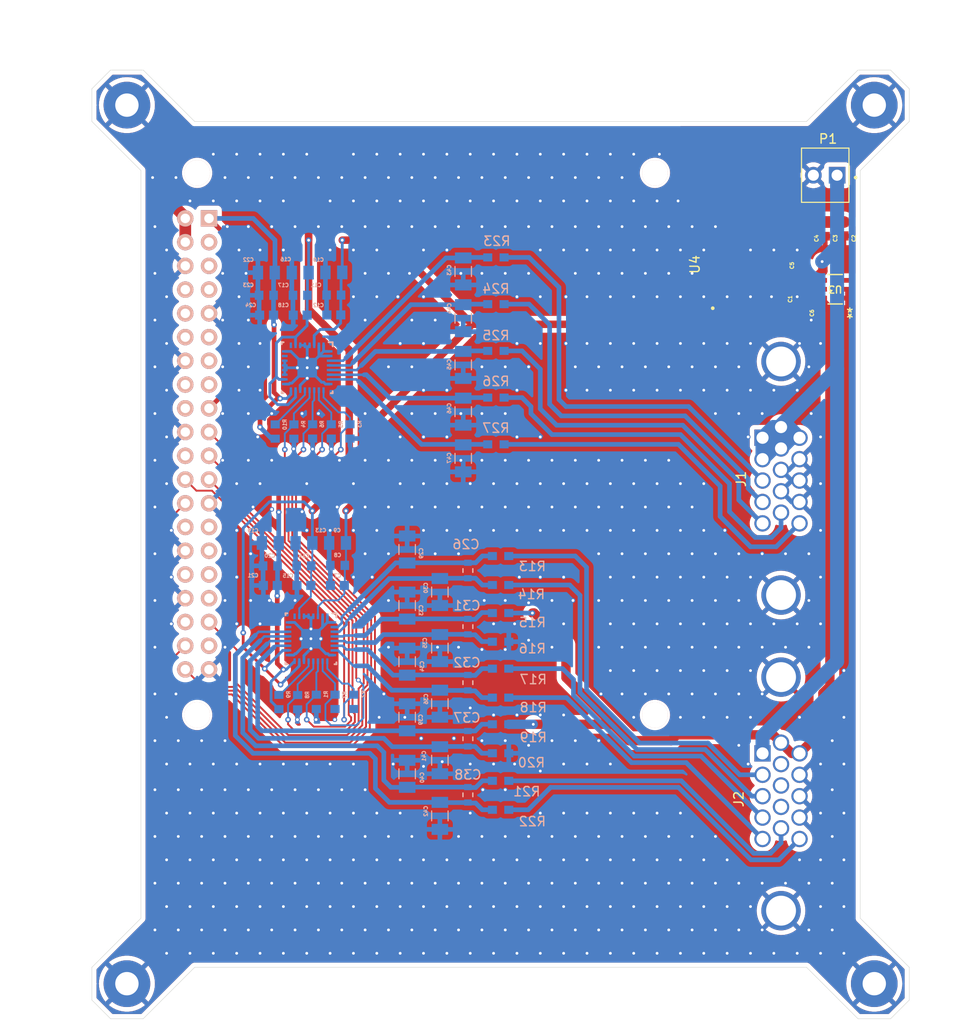
<source format=kicad_pcb>
(kicad_pcb (version 20240108) (generator "pcbnew") (generator_version "8.0")
  (layers (0 "F.Cu" signal) (31 "B.Cu" signal) (34 "B.Paste" user) (35 "F.Paste" user) (36 "B.SilkS" user "B.Silkscreen") (37 "F.SilkS" user "F.Silkscreen") (38 "B.Mask" user) (39 "F.Mask" user) (44 "Edge.Cuts" user))
  (net 0 "")
  (net 1 "GND")
  (net 2 "+5V")
  (net 3 "+3.3V")
  (net 4 "Net-(U1-AIN5)")
  (net 5 "Net-(U1-AIN4)")
  (net 6 "Net-(U1-AIN3)")
  (net 7 "Net-(U1-AIN2)")
  (net 8 "Net-(U1-AIN1)")
  (net 9 "Net-(U1-AIN0)")
  (net 10 "Net-(U1-GPIO2_AIN10)")
  (net 11 "Net-(U1-GPIO3_AIN11)")
  (net 12 "Net-(U1-GPIO1_AIN9)")
  (net 13 "Net-(U1-GPIO0_AIN8)")
  (net 14 "Net-(U2-AIN4)")
  (net 15 "Net-(U2-AIN3)")
  (net 16 "Net-(U2-AIN2)")
  (net 17 "Net-(U2-AIN1)")
  (net 18 "Net-(U2-AIN0)")
  (net 19 "10V")
  (net 20 "/PT4_SIG")
  (net 21 "/PT2_SIG")
  (net 22 "/PT1_SIG")
  (net 23 "/PT5_SIG")
  (net 24 "/PT3_SIG")
  (net 25 "/LS3_SIG+")
  (net 26 "/LS3_SIG-")
  (net 27 "5V REF")
  (net 28 "/LS2_SIG+")
  (net 29 "/LS2_SIG-")
  (net 30 "/LS1_SIG+")
  (net 31 "/LS1_SIG-")
  (net 33 "/SCLK1")
  (net 34 "/CE1")
  (net 35 "/MISO2")
  (net 36 "/MOSI2")
  (net 37 "/SCLK2")
  (net 38 "/MOSI1")
  (net 39 "/MISO1")
  (net 40 "Net-(U1-DRDY_N)")
  (net 41 "Net-(U2-DRDY_N)")
  (net 65 "/CE2")
  (footprint "MountingHole:MountingHole_2.5mm_Pad" (layer "F.Cu") (at 103.75 147.75)
    (property "Reference" "REF**" (hide yes))
    (property "Value" "MountingHole_2.5mm_Pad")
  )
  (footprint "MountingHole:MountingHole_2.5mm_Pad" (layer "F.Cu") (at 183.75 53.75)
    (property "Reference" "REF**" (hide yes))
    (property "Value" "MountingHole_2.5mm_Pad")
  )
  (footprint "VJ0603Y104JXXAC:CAPC1608X97N" (layer "F.Cu") (at 176 71.5 90)
    (property "Reference" "C5")
    (property "Value" "100nF")
  )
  (footprint "GRM21BC71E106KE11L:CAPC2012X145N" (layer "F.Cu") (at 176.25 67 -90)
    (property "Reference" "C4")
    (property "Value" "10uF")
  )
  (footprint "0603YC105JAT2A:CAPC1608X94N" (layer "F.Cu") (at 178.5 67 -90)
    (property "Reference" "C3")
    (property "Value" "1uF")
  )
  (footprint "10090929-S154VLF:AMPHENOL_10090929-S154VLF" (layer "F.Cu") (at 173.77 127.445 90)
    (property "Reference" "J2")
    (property "Value" "10090929-S154VLF")
  )
  (footprint "MountingHole:MountingHole_2.5mm_Pad" (layer "F.Cu") (at 183.75 147.75)
    (property "Reference" "REF**" (hide yes))
    (property "Value" "MountingHole_2.5mm_Pad")
  )
  (footprint "" (layer "F.Cu") (at 103.75 53.75)
    (property "Reference" "")
    (property "Value" "")
  )
  (footprint "footprints:TSOT-23_S6_LIT" (layer "F.Cu") (at 179.56445 73.450001 180)
    (property "Reference" "U3")
    (property "Value" "LT6654BMPS6-5-TRMPBF" (hide yes))
  )
  (footprint "LM1086IS-5.0:TO254P1524X483-4N" (layer "F.Cu") (at 169 66.48 90)
    (property "Reference" "U4")
    (property "Value" "LM1086IS-5.0_NOPB" (hide yes))
  )
  (footprint "VJ0603Y104JXXAC:CAPC1608X97N" (layer "F.Cu") (at 180.5 67 -90)
    (property "Reference" "C2")
    (property "Value" "100nF")
  )
  (footprint "0603YC105JAT2A:CAPC1608X94N" (layer "F.Cu") (at 176 76 -90)
    (property "Reference" "C6")
    (property "Value" "1uF")
  )
  (footprint "10090929-S154VLF:AMPHENOL_10090929-S154VLF" (layer "F.Cu") (at 173.77 93.675 90)
    (property "Reference" "J1")
    (property "Value" "10090929-S154VLF")
  )
  (footprint "0603YC105JAT2A:CAPC1608X94N" (layer "F.Cu") (at 173.75 73.73 -90)
    (property "Reference" "C1")
    (property "Value" "1uF")
  )
  (footprint "0022272021:MOLEX_0022272021" (layer "F.Cu") (at 178.5 61.25)
    (property "Reference" "P1")
    (property "Value" "0022272021" (hide yes))
  )
  (footprint "footprints10kR:RC0603N_YAG-M" (layer "B.Cu") (at 143.75 105.095 180)
    (property "Reference" "R14")
    (property "Value" "10k")
  )
  (footprint "VJ0603Y104JXXAC:CAPC1608X97N" (layer "B.Cu") (at 122.3 76.220001 180)
    (property "Reference" "C18")
    (property "Value" "100nF")
  )
  (footprint "CRCW060320K0FKEA:RESC1508X50N" (layer "B.Cu") (at 121.625 88.675001 -90)
    (property "Reference" "R4")
    (property "Value" "20K")
  )
  (footprint "GRM3195C2A163JA01D:CAPC3216X95N" (layer "B.Cu") (at 139.75 81.545 -90)
    (property "Reference" "C45")
    (property "Value" "16nF")
  )
  (footprint "GRM3195C2A163JA01D:CAPC3216X95N" (layer "B.Cu") (at 139.75 91.545 -90)
    (property "Reference" "C47")
    (property "Value" "16nF")
  )
  (footprint "GRM21BC71E106KE11L:CAPC2012X145N" (layer "B.Cu") (at 126.299999 100.595)
    (property "Reference" "C9")
    (property "Value" "10uF")
  )
  (footprint "footprints10kR:RC0603N_YAG-M" (layer "B.Cu") (at 143.75 117.145 180)
    (property "Reference" "R18")
    (property "Value" "10k")
  )
  (footprint "0603YC105JAT2A:CAPC1608X94N" (layer "B.Cu") (at 119.099999 103.045 180)
    (property "Reference" "C20")
    (property "Value" "1uF")
  )
  (footprint "footprintsCL10:CAP_CL10_SAM" (layer "B.Cu") (at 140.25 115.545 -90)
    (property "Reference" "C32")
    (property "Value" "3.3nF")
  )
  (footprint "raspberry pi 5:raspberrypi_2_3" (layer "B.Cu") (at 111.27 90 -90)
    (property "Reference" "RP1" (hide yes))
    (property "Value" "Raspberry_Pi_5" (hide yes))
  )
  (footprint "GRM3195C2A163JA01D:CAPC3216X95N" (layer "B.Cu") (at 137.25 129.795 -90)
    (property "Reference" "C42")
    (property "Value" "16nF")
  )
  (footprint "GRM3195C2A163JA01D:CAPC3216X95N" (layer "B.Cu") (at 139.75 86.545 -90)
    (property "Reference" "C46")
    (property "Value" "16nF")
  )
  (footprint "footprints10kR:RC0603N_YAG-M" (layer "B.Cu") (at 143.75 101.995 180)
    (property "Reference" "R13")
    (property "Value" "10k")
  )
  (footprint "VJ0603Y104JXXAC:CAPC1608X97N" (layer "B.Cu") (at 126.282023 105.140854)
    (property "Reference" "C7")
    (property "Value" "100nF")
  )
  (footprint "CRCW060320K0FKEA:RESC1508X50N" (layer "B.Cu") (at 122.024999 117.630002 90)
    (property "Reference" "R8")
    (property "Value" "20K")
  )
  (footprint "0603YC105JAT2A:CAPC1608X94N" (layer "B.Cu") (at 122.699999 103.045 180)
    (property "Reference" "C14")
    (property "Value" "1uF")
  )
  (footprint "0603YC105JAT2A:CAPC1608X94N" (layer "B.Cu") (at 122.3 74.095001 180)
    (property "Reference" "C17")
    (property "Value" "1uF")
  )
  (footprint "CRCW060320K0FKEA:RESC1508X50N" (layer "B.Cu") (at 127.625 88.660001 -90)
    (property "Reference" "R3")
    (property "Value" "20K" (hide yes))
  )
  (footprint "0603YC105JAT2A:CAPC1608X94N" (layer "B.Cu") (at 125.9 74.070001)
    (property "Reference" "C11")
    (property "Value" "1uF")
  )
  (footprint "CRCW060320K0FKEA:RESC1508X50N" (layer "B.Cu") (at 126.024999 117.595002 90)
    (property "Reference" "R7")
    (property "Value" "20K")
  )
  (footprint "CRCW060320K0FKEA:RESC1508X50N" (layer "B.Cu") (at 124.024999 117.595002 -90)
    (property "Reference" "R1")
    (property "Value" "20K")
  )
  (footprint "GRM21BC71E106KE11L:CAPC2012X145N" (layer "B.Cu") (at 122.699999 100.595 180)
    (property "Reference" "C13")
    (property "Value" "10uF")
  )
  (footprint "GRM21BC71E106KE11L:CAPC2012X145N" (layer "B.Cu") (at 119.099999 100.595 180)
    (property "Reference" "C19")
    (property "Value" "10uF")
  )
  (footprint "footprintsCL10:CAP_CL10_SAM" (layer "B.Cu") (at 140.25 121.545 -90)
    (property "Reference" "C37")
    (property "Value" "3.3nF")
  )
  (footprint "0603YC105JAT2A:CAPC1608X94N" (layer "B.Cu") (at 126.299999 102.995)
    (property "Reference" "C8")
    (property "Value" "1uF")
  )
  (footprint "GRM21BC71E106KE11L:CAPC2012X145N" (layer "B.Cu") (at 122.3 71.670001 180)
    (property "Reference" "C16")
    (property "Value" "10uF")
  )
  (footprint "GRM3195C2A163JA01D:CAPC3216X95N" (layer "B.Cu") (at 133.75 113.295 90)
    (property "Reference" "C34")
    (property "Value" "16nF")
  )
  (footprint "GRM3195C2A163JA01D:CAPC3216X95N" (layer "B.Cu") (at 133.75 119.245 90)
    (property "Reference" "C39")
    (property "Value" "16nF")
  )
  (footprint "VJ0603Y104JXXAC:CAPC1608X97N" (layer "B.Cu") (at 122.693999 105.145 180)
    (property "Reference" "C15")
    (property "Value" "100nF")
  )
  (footprint "GRM3195C2A163JA01D:CAPC3216X95N" (layer "B.Cu") (at 139.75 76.545 -90)
    (property "Reference" "C44")
    (property "Value" "16nF")
  )
  (footprint "VJ0603Y104JXXAC:CAPC1608X97N" (layer "B.Cu") (at 118.7 76.220001 180)
    (property "Reference" "C24")
    (property "Value" "100nF")
  )
  (footprint "GRM3195C2A163JA01D:CAPC3216X95N" (layer "B.Cu") (at 139.75 71.545 -90)
    (property "Reference" "C43")
    (property "Value" "16nF")
  )
  (footprint "footprintsCL10:CAP_CL10_SAM" (layer "B.Cu") (at 140.25 109.545 -90)
    (property "Reference" "C31")
    (property "Value" "3.3nF")
  )
  (footprint "footprints10kR:RC0603N_YAG-M" (layer "B.Cu") (at 143.75 108.095 180)
    (property "Reference" "R15")
    (property "Value" "10k")
  )
  (footprint "footprints10kR:RC0603N_YAG-M" (layer "B.Cu") (at 143.75 119.995 180)
    (property "Reference" "R19")
    (property "Value" "10k")
  )
  (footprint "footprints10kR:RC0603N_YAG-M" (layer "B.Cu") (at 143.25 70.045 180)
    (property "Reference" "R23")
    (property "Value" "10k")
  )
  (footprint "GRM3195C2A163JA01D:CAPC3216X95N" (layer "B.Cu") (at 137.25 105.845 -90)
    (property "Reference" "C30")
    (property "Value" "16nF")
  )
  (footprint "CRCW060320K0FKEA:RESC1508X50N" (layer "B.Cu") (at 125.625 88.660001 -90)
    (property "Reference" "R5")
    (property "Value" "20K")
  )
  (footprint "footprints10kR:RC0603N_YAG-M" (layer "B.Cu") (at 143.75 114.045 180)
    (property "Reference" "R17")
    (property "Value" "10k")
  )
  (footprint "CRCW060320K0FKEA:RESC1508X50N" (layer "B.Cu") (at 128.024999 117.595002 -90)
    (property "Reference" "R2")
    (property "Value" "20K")
  )
  (footprint "footprintsADC:RHB0032M" (layer "B.Cu") (at 123.449999 110.845 180)
    (property "Reference" "U1" (hide yes))
    (property "Value" "ADS124S08IRHBT" (hide yes))
  )
  (footprint "footprints10kR:RC0603N_YAG-M" (layer "B.Cu") (at 143.75 123.095 180)
    (property "Reference" "R20")
    (property "Value" "10k")
  )
  (footprint "footprints10kR:RC0603N_YAG-M" (layer "B.Cu") (at 143.25 90.045 180)
    (property "Reference" "R27")
    (property "Value" "10k")
  )
  (footprint "footprintsCL10:CAP_CL10_SAM" (layer "B.Cu") (at 140.25 127.545 -90)
    (property "Reference" "C38")
    (property "Value" "3.3nF")
  )
  (footprint "footprints10kR:RC0603N_YAG-M" (layer "B.Cu") (at 143.75 129.145 180)
    (property "Reference" "R22")
    (property "Value" "10k")
  )
  (footprint "GRM3195C2A163JA01D:CAPC3216X95N" (layer "B.Cu") (at 133.75 107.295 90)
    (property "Reference" "C33")
    (property "Value" "16nF")
  )
  (footprint "GRM3195C2A163JA01D:CAPC3216X95N" (layer "B.Cu") (at 137.25 117.795 -90)
    (property "Reference" "C36")
    (property "Value" "16nF")
  )
  (footprint "GRM3195C2A163JA01D:CAPC3216X95N" (layer "B.Cu") (at 133.75 101.295 90)
    (property "Reference" "C29")
    (property "Value" "16nF")
  )
  (footprint "footprints10kR:RC0603N_YAG-M" (layer "B.Cu") (at 143.25 75.045 180)
    (property "Reference" "R24")
    (property "Value" "10k")
  )
  (footprint "CRCW060320K0FKEA:RESC1508X50N" (layer "B.Cu") (at 123.625 88.660001 -90)
    (property "Reference" "R6")
    (property "Value" "20K")
  )
  (footprint "GRM3195C2A163JA01D:CAPC3216X95N" (layer "B.Cu") (at 137.25 111.845 -90)
    (property "Reference" "C35")
    (property "Value" "16nF")
  )
  (footprint "GRM21BC71E106KE11L:CAPC2012X145N" (layer "B.Cu") (at 118.675 71.670001 180)
    (property "Reference" "C22")
    (property "Value" "10uF")
  )
  (footprint "footprints10kR:RC0603N_YAG-M" (layer "B.Cu") (at 143.75 126.045 180)
    (property "Reference" "R21")
    (property "Value" "10k")
  )
  (footprint "footprints10kR:RC0603N_YAG-M" (layer "B.Cu") (at 143.25 85.045 180)
    (property "Reference" "R26")
    (property "Value" "10k")
  )
  (footprint "GRM3195C2A163JA01D:CAPC3216X95N" (layer "B.Cu") (at 133.75 125.295 90)
    (property "Reference" "C40")
    (property "Value" "16nF")
  )
  (footprint "footprints10kR:RC0603N_YAG-M" (layer "B.Cu") (at 143.25 80.045 180)
    (property "Reference" "R25")
    (property "Value" "10k")
  )
  (footprint "VJ0603Y104JXXAC:CAPC1608X97N" (layer "B.Cu") (at 125.9 76.195001)
    (property "Reference" "C12")
    (property "Value" "100nF")
  )
  (footprint "footprintsCL10:CAP_CL10_SAM" (layer "B.Cu") (at 140.25 103.545 -90)
    (property "Reference" "C26")
    (property "Value" "3.3nF")
  )
  (footprint "footprintsADC:RHB0032M" (layer "B.Cu") (at 123.050001 81.845 180)
    (property "Reference" "U2" (hide yes))
    (property "Value" "ADS124S08IRHBT" (hide yes))
  )
  (footprint "0603YC105JAT2A:CAPC1608X94N" (layer "B.Cu") (at 118.675 74.095001 180)
    (property "Reference" "C23")
    (property "Value" "1uF")
  )
  (footprint "GRM21BC71E106KE11L:CAPC2012X145N" (layer "B.Cu") (at 125.9 71.645001)
    (property "Reference" "C10")
    (property "Value" "10uF")
  )
  (footprint "footprints10kR:RC0603N_YAG-M" (layer "B.Cu") (at 143.75 111.1654 180)
    (property "Reference" "R16")
    (property "Value" "10k")
  )
  (footprint "GRM3195C2A163JA01D:CAPC3216X95N" (layer "B.Cu") (at 137.25 123.845 -90)
    (property "Reference" "C41")
    (property "Value" "16nF")
  )
  (footprint "VJ0603Y104JXXAC:CAPC1608X97N" (layer "B.Cu") (at 119.099999 105.145 180)
    (property "Reference" "C21")
    (property "Value" "100nF")
  )
  (footprint "CRCW0603100KFKEA:RESC1508X50N" (layer "B.Cu") (at 119.625 88.675001 -90)
    (property "Reference" "R10")
    (property "Value" "100K")
  )
  (footprint "CRCW0603100KFKEA:RESC1508X50N" (layer "B.Cu") (at 120.020853 117.612978 -90)
    (property "Reference" "R9")
    (property "Value" "100K")
  )
  (gr_line (start 100 146) (end 105.25 140.75) (stroke (width 0.05)) (layer "Edge.Cuts"))
  (gr_line (start 105.25 140.75) (end 105.25 60.75) (stroke (width 0.05)) (layer "Edge.Cuts"))
  (gr_line (start 187.5 52) (end 187.5 55.5) (stroke (width 0.05)) (layer "Edge.Cuts"))
  (gr_line (start 105.5 151.499999) (end 102 151.5) (stroke (width 0.05)) (layer "Edge.Cuts"))
  (gr_line (start 111 146) (end 105.5 151.5) (stroke (width 0.05)) (layer "Edge.Cuts"))
  (gr_line (start 100 149.500001) (end 100 146.000001) (stroke (width 0.05)) (layer "Edge.Cuts"))
  (gr_line (start 187.5 52) (end 185.5 50) (stroke (width 0.05)) (layer "Edge.Cuts"))
  (gr_line (start 187.5 149.5) (end 187.5 146) (stroke (width 0.05)) (layer "Edge.Cuts"))
  (gr_line (start 182.25 60.75) (end 182.25 140.75) (stroke (width 0.05)) (layer "Edge.Cuts"))
  (gr_line (start 187.5 55.5) (end 182.25 60.75) (stroke (width 0.05)) (layer "Edge.Cuts"))
  (gr_line (start 182 50.000001) (end 185.5 50) (stroke (width 0.05)) (layer "Edge.Cuts"))
  (gr_line (start 100 149.5) (end 102 151.5) (stroke (width 0.05)) (layer "Edge.Cuts"))
  (gr_line (start 176.5 55.5) (end 182 50) (stroke (width 0.05)) (layer "Edge.Cuts"))
  (gr_line (start 187.5 146) (end 182.25 140.75) (stroke (width 0.05)) (layer "Edge.Cuts"))
  (gr_line (start 100 52) (end 100 55.5) (stroke (width 0.05)) (layer "Edge.Cuts"))
  (gr_line (start 176.5 146) (end 182 151.5) (stroke (width 0.05)) (layer "Edge.Cuts"))
  (gr_line (start 187.5 149.5) (end 185.5 151.5) (stroke (width 0.05)) (layer "Edge.Cuts"))
  (gr_line (start 105.5 50.000001) (end 102 50) (stroke (width 0.05)) (layer "Edge.Cuts"))
  (gr_line (start 111 55.5) (end 176.5 55.5) (stroke (width 0.05)) (layer "Edge.Cuts"))
  (gr_line (start 111 55.5) (end 105.5 50) (stroke (width 0.05)) (layer "Edge.Cuts"))
  (gr_line (start 176.5 146) (end 111 146) (stroke (width 0.05)) (layer "Edge.Cuts"))
  (gr_line (start 182 151.499999) (end 185.5 151.5) (stroke (width 0.05)) (layer "Edge.Cuts"))
  (gr_line (start 100 52) (end 102 50) (stroke (width 0.05)) (layer "Edge.Cuts"))
  (gr_line (start 100 55.5) (end 105.25 60.75) (stroke (width 0.05)) (layer "Edge.Cuts"))
  (via (at 144.25 132) (size 0.5) (drill 0.3) (layers "F.Cu" "B.Cu") (net 1))
  (via (at 106.75 121.75) (size 0.5) (drill 0.3) (layers "F.Cu" "B.Cu") (net 1))
  (via (at 106.75 116.75) (size 0.5) (drill 0.3) (layers "F.Cu" "B.Cu") (net 1))
  (via (at 156.75 91.75) (size 0.5) (drill 0.3) (layers "F.Cu" "B.Cu") (net 1))
  (via (at 144.25 81.75) (size 0.5) (drill 0.3) (layers "F.Cu" "B.Cu") (net 1))
  (via (at 160.5 104.25) (size 0.5) (drill 0.3) (layers "F.Cu" "B.Cu") (net 1))
  (via (at 171.75 86.75) (size 0.5) (drill 0.3) (layers "F.Cu" "B.Cu") (net 1))
  (via (at 159.25 116.75) (size 0.5) (drill 0.3) (layers "F.Cu" "B.Cu") (net 1))
  (via (at 164.25 142) (size 0.5) (drill 0.3) (layers "F.Cu" "B.Cu") (net 1))
  (via (at 175.75 79.25) (size 0.5) (drill 0.3) (layers "F.Cu" "B.Cu") (net 1))
  (via (at 150.5 64) (size 0.5) (drill 0.3) (layers "F.Cu" "B.Cu") (net 1))
  (via (at 159.25 71.75) (size 0.5) (drill 0.3) (layers "F.Cu" "B.Cu") (net 1))
  (via (at 163 139.5) (size 0.5) (drill 0.3) (layers "F.Cu" "B.Cu") (net 1))
  (via (at 150.5 104.25) (size 0.5) (drill 0.3) (layers "F.Cu" "B.Cu") (net 1))
  (via (at 129.25 71.75) (size 0.5) (drill 0.3) (layers "F.Cu" "B.Cu") (net 1))
  (via (at 150.75 79.25) (size 0.5) (drill 0.3) (layers "F.Cu" "B.Cu") (net 1))
  (via (at 119.25 97) (size 0.5) (drill 0.3) (layers "F.Cu" "B.Cu") (net 1))
  (via (at 155.5 134.5) (size 0.5) (drill 0.3) (layers "F.Cu" "B.Cu") (net 1))
  (via (at 106.75 106.75) (size 0.5) (drill 0.3) (layers "F.Cu" "B.Cu") (net 1))
  (via (at 165.5 99.25) (size 0.5) (drill 0.3) (layers "F.Cu" "B.Cu") (net 1))
  (via (at 176.75 137) (size 0.5) (drill 0.3) (layers "F.Cu" "B.Cu") (net 1))
  (via (at 160.5 144.5) (size 0.5) (drill 0.3) (layers "F.Cu" "B.Cu") (net 1))
  (via (at 175.5 84.25) (size 0.5) (drill 0.3) (layers "F.Cu" "B.Cu") (net 1))
  (via (at 178 134.5) (size 0.5) (drill 0.3) (layers "F.Cu" "B.Cu") (net 1))
  (via (at 131.75 106.75) (size 0.5) (drill 0.3) (layers "F.Cu" "B.Cu") (net 1))
  (via (at 156.75 96.75) (size 0.5) (drill 0.3) (layers "F.Cu" "B.Cu") (net 1))
  (via (at 179.25 137) (size 0.5) (drill 0.3) (layers "F.Cu" "B.Cu") (net 1))
  (via (at 134.25 66.75) (size 0.5) (drill 0.3) (layers "F.Cu" "B.Cu") (net 1))
  (via (at 123 59) (size 0.5) (drill 0.3) (layers "F.Cu" "B.Cu") (net 1))
  (via (at 120.5 134.5) (size 0.5) (drill 0.3) (layers "F.Cu" "B.Cu") (net 1))
  (via (at 113 134.5) (size 0.5) (drill 0.3) (layers "F.Cu" "B.Cu") (net 1))
  (via (at 125.5 64) (size 0.5) (drill 0.3) (layers "F.Cu" "B.Cu") (net 1))
  (via (at 114 86.75) (size 0.5) (drill 0.3) (layers "F.Cu" "B.Cu") (net 1))
  (via (at 145.25 109.25) (size 0.5) (drill 0.3) (layers "F.Cu" "B.Cu") (net 1))
  (via (at 139.25 66.75) (size 0.5) (drill 0.3) (layers "F.Cu" "B.Cu") (net 1))
  (via (at 178 144.5) (size 0.5) (drill 0.3) (layers "F.Cu" "B.Cu") (net 1))
  (via (at 110.5 134.5) (size 0.5) (drill 0.3) (layers "F.Cu" "B.Cu") (net 1))
  (via (at 131.75 71.75) (size 0.5) (drill 0.3) (layers "F.Cu" "B.Cu") (net 1))
  (via (at 156.75 66.75) (size 0.5) (drill 0.3) (layers "F.Cu" "B.Cu") (net 1))
  (via (at 173 69.25) (size 0.5) (drill 0.3) (layers "F.Cu" "B.Cu") (net 1))
  (via (at 161.75 96.75) (size 0.5) (drill 0.3) (layers "F.Cu" "B.Cu") (net 1))
  (via (at 122.5 97.25) (size 0.5) (drill 0.3) (layers "F.Cu" "B.Cu") (net 1))
  (via (at 108 124.25) (size 0.5) (drill 0.3) (layers "F.Cu" "B.Cu") (net 1))
  (via (at 160.5 74.25) (size 0.5) (drill 0.3) (layers "F.Cu" "B.Cu") (net 1))
  (via (at 109.25 121.75) (size 0.5) (drill 0.3) (layers "F.Cu" "B.Cu") (net 1))
  (via (at 146.75 66.75) (size 0.5) (drill 0.3) (layers "F.Cu" "B.Cu") (net 1))
  (via (at 121.75 132) (size 0.5) (drill 0.3) (layers "F.Cu" "B.Cu") (net 1))
  (via (at 149.25 121.75) (size 0.5) (drill 0.3) (layers "F.Cu" "B.Cu") (net 1))
  (via (at 106.75 91.75) (size 0.5) (drill 0.3) (layers "F.Cu" "B.Cu") (net 1))
  (via (at 169.25 142) (size 0.5) (drill 0.3) (layers "F.Cu" "B.Cu") (net 1))
  (via (at 133.5 119.25) (size 0.5) (drill 0.3) (layers "F.Cu" "B.Cu") (net 1))
  (via (at 151.75 121.75) (size 0.5) (drill 0.3) (layers "F.Cu" "B.Cu") (net 1))
  (via (at 125.5 69.25) (size 0.5) (drill 0.3) (layers "F.Cu" "B.Cu") (net 1))
  (via (at 133 94.25) (size 0.5) (drill 0.3) (layers "F.Cu" "B.Cu") (net 1))
  (via (at 155.5 104.25) (size 0.5) (drill 0.3) (layers "F.Cu" "B.Cu") (net 1))
  (via (at 125.625 90.55) (size 0.5) (drill 0.3) (layers "F.Cu" "B.Cu") (net 1))
  (via (at 165.5 84.25) (size 0.5) (drill 0.3) (layers "F.Cu" "B.Cu") (net 1))
  (via (at 141.75 96.75) (size 0.5) (drill 0.3) (layers "F.Cu" "B.Cu") (net 1))
  (via (at 155.5 129.5) (size 0.5) (drill 0.3) (layers "F.Cu" "B.Cu") (net 1))
  (via (at 126 119.5) (size 0.5) (drill 0.3) (layers "F.Cu" "B.Cu") (net 1))
  (via (at 120.5 144.5) (size 0.5) (drill 0.3) (layers "F.Cu" "B.Cu") (net 1))
  (via (at 129.25 86.75) (size 0.5) (drill 0.3) (layers "F.Cu" "B.Cu") (net 1))
  (via (at 122.5 86.75) (size 0.5) (drill 0.3) (layers "F.Cu" "B.Cu") (net 1))
  (via (at 159.25 96.75) (size 0.5) (drill 0.3) (layers "F.Cu" "B.Cu") (net 1))
  (via (at 118 109.25) (size 0.5) (drill 0.3) (layers "F.Cu" "B.Cu") (net 1))
  (via (at 131.75 142) (size 0.5) (drill 0.3) (layers "F.Cu" "B.Cu") (net 1))
  (via (at 129.25 101.75) (size 0.5) (drill 0.3) (layers "F.Cu" "B.Cu") (net 1))
  (via (at 114.25 132) (size 0.5) (drill 0.3) (layers "F.Cu" "B.Cu") (net 1))
  (via (at 106.75 111.75) (size 0.5) (drill 0.3) (layers "F.Cu" "B.Cu") (net 1))
  (via (at 131.75 111.75) (size 0.5) (drill 0.3) (layers "F.Cu" "B.Cu") (net 1))
  (via (at 170.5 139.5) (size 0.5) (drill 0.3) (layers "F.Cu" "B.Cu") (net 1))
  (via (at 170.5 114.25) (size 0.5) (drill 0.3) (layers "F.Cu" "B.Cu") (net 1))
  (via (at 139.25 101.75) (size 0.5) (drill 0.3) (layers "F.Cu" "B.Cu") (net 1))
  (via (at 173 144.5) (size 0.5) (drill 0.3) (layers "F.Cu" "B.Cu") (net 1))
  (via (at 148 144.5) (size 0.5) (drill 0.3) (layers "F.Cu" "B.Cu") (net 1))
  (via (at 178 139.5) (size 0.5) (drill 0.3) (layers "F.Cu" "B.Cu") (net 1))
  (via (at 160.5 139.5) (size 0.5) (drill 0.3) (layers "F.Cu" "B.Cu") (net 1))
  (via (at 136.75 76.75) (size 0.5) (drill 0.3) (layers "F.Cu" "B.Cu") (net 1))
  (via (at 117 101.75) (size 0.5) (drill 0.3) (layers "F.Cu" "B.Cu") (net 1))
  (via (at 175.5 74.25) (size 0.5) (drill 0.3) (layers "F.Cu" "B.Cu") (net 1))
  (via (at 165.5 69.25) (size 0.5) (drill 0.3) (layers "F.Cu" "B.Cu") (net 1))
  (via (at 108 84.25) (size 0.5) (drill 0.3) (layers "F.Cu" "B.Cu") (net 1))
  (via (at 144.25 61.5) (size 0.5) (drill 0.3) (layers "F.Cu" "B.Cu") (net 1))
  (via (at 166.75 132) (size 0.5) (drill 0.3) (layers "F.Cu" "B.Cu") (net 1))
  (via (at 124.1 81.852499) (size 0.5) (drill 0.3) (layers "F.Cu" "B.Cu") (net 1))
  (via (at 153 64) (size 0.5) (drill 0.3) (layers "F.Cu" "B.Cu") (net 1))
  (via (at 178 129.5) (size 0.5) (drill 0.3) (layers "F.Cu" "B.Cu") (net 1))
  (via (at 106.75 76.75) (size 0.5) (drill 0.3) (layers "F.Cu" "B.Cu") (net 1))
  (via (at 168 114.25) (size 0.5) (drill 0.3) (layers "F.Cu" "B.Cu") (net 1))
  (via (at 118 59) (size 0.5) (drill 0.3) (layers "F.Cu" "B.Cu") (net 1))
  (via (at 129.25 91.75) (size 0.5) (drill 0.3) (layers "F.Cu" "B.Cu") (net 1))
  (via (at 121.75 137) (size 0.5) (drill 0.3) (layers "F.Cu" "B.Cu") (net 1))
  (via (at 119.25 86.75) (size 0.5) (drill 0.3) (layers "F.Cu" "B.Cu") (net 1))
  (via (at 135.5 84.25) (size 0.5) (drill 0.3) (layers "F.Cu" "B.Cu") (net 1))
  (via (at 171.75 142) (size 0.5) (drill 0.3) (layers "F.Cu" "B.Cu") (net 1))
  (via (at 106.75 142) (size 0.5) (drill 0.3) (layers "F.Cu" "B.Cu") (net 1))
  (via (at 108 139.5) (size 0.5) (drill 0.3) (layers "F.Cu" "B.Cu") (net 1))
  (via (at 121.75 66.75) (size 0.5) (drill 0.3) (layers "F.Cu" "B.Cu") (net 1))
  (via (at 123 139.5) (size 0.5) (drill 0.3) (layers "F.Cu" "B.Cu") (net 1))
  (via (at 144.25 86.75) (size 0.5) (drill 0.3) (layers "F.Cu" "B.Cu") (net 1))
  (via (at 111.75 132) (size 0.5) (drill 0.3) (layers "F.Cu" "B.Cu") (net 1))
  (via (at 125.5 124.25) (size 0.5) (drill 0.3) (layers "F.Cu" "B.Cu") (net 1))
  (via (at 123.050001 82.970003) (size 0.5) (drill 0.3) (layers "F.Cu" "B.Cu") (net 1))
  (via (at 171.75 116.75) (size 0.5) (drill 0.3) (layers "F.Cu" "B.Cu") (net 1))
  (via (at 159.25 101.75) (size 0.5) (drill 0.3) (layers "F.Cu" "B.Cu") (net 1))
  (via (at 144.25 66.75) (size 0.5) (drill 0.3) (layers "F.Cu" "B.Cu") (net 1))
  (via (at 143 59) (size 0.5) (drill 0.3) (layers "F.Cu" "B.Cu") (net 1))
  (via (at 169.25 86.75) (size 0.5) (drill 0.3) (layers "F.Cu" "B.Cu") (net 1))
  (via (at 153 84.25) (size 0.5) (drill 0.3) (layers "F.Cu" "B.Cu") (net 1))
  (via (at 128 104.25) (size 0.5) (drill 0.3) (layers "F.Cu" "B.Cu") (net 1))
  (via (at 114.25 142) (size 0.5) (drill 0.3) (layers "F.Cu" "B.Cu") (net 1))
  (via (at 115.75 69.25) (size 0.5) (drill 0.3) (layers "F.Cu" "B.Cu") (net 1))
  (via (at 155.5 99.25) (size 0.5) (drill 0.3) (layers "F.Cu" "B.Cu") (net 1))
  (via (at 155.5 144.5) (size 0.5) (drill 0.3) (layers "F.Cu" "B.Cu") (net 1))
  (via (at 148 74.25) (size 0.5) (drill 0.3) (layers "F.Cu" "B.Cu") (net 1))
  (via (at 176.75 101.75) (size 0.5) (drill 0.3) (layers "F.Cu" "B.Cu") (net 1))
  (via (at 140.5 134.5) (size 0.5) (drill 0.3) (layers "F.Cu" "B.Cu") (net 1))
  (via (at 135.5 79.25) (size 0.5) (drill 0.3) (layers "F.Cu" "B.Cu") (net 1))
  (via (at 149.25 61.5) (size 0.5) (drill 0.3) (layers "F.Cu" "B.Cu") (net 1))
  (via (at 163 144.5) (size 0.5) (drill 0.3) (layers "F.Cu" "B.Cu") (net 1))
  (via (at 123 124.25) (size 0.5) (drill 0.3) (layers "F.Cu" "B.Cu") (net 1))
  (via (at 158 84.25) (size 0.5) (drill 0.3) (layers "F.Cu" "B.Cu") (net 1))
  (via (at 154.25 71.75) (size 0.5) (drill 0.3) (layers "F.Cu" "B.Cu") (net 1))
  (via (at 114.25 111.75) (size 0.5) (drill 0.3) (layers "F.Cu" "B.Cu") (net 1))
  (via (at 106.5 61.5) (size 0.5) (drill 0.3) (layers "F.Cu" "B.Cu") (net 1))
  (via (at 155.5 69.25) (size 0.5) (drill 0.3) (layers "F.Cu" "B.Cu") (net 1))
  (via (at 159.25 81.75) (size 0.5) (drill 0.3) (layers "F.Cu" "B.Cu") (net 1))
  (via (at 115.5 59) (size 0.5) (drill 0.3) (layers "F.Cu" "B.Cu") (net 1))
  (via (at 108 79.25) (size 0.5) (drill 0.3) (layers "F.Cu" "B.Cu") (net 1))
  (via (at 106.75 96.75) (size 0.5) (drill 0.3) (layers "F.Cu" "B.Cu") (net 1))
  (via (at 138 84.25) (size 0.5) (drill 0.3) (layers "F.Cu" "B.Cu") (net 1))
  (via (at 130.5 74.25) (size 0.5) (drill 0.3) (layers "F.Cu" "B.Cu") (net 1))
  (via (at 149.25 106.75) (size 0.5) (drill 0.3) (layers "F.Cu" "B.Cu") (net 1))
  (via (at 144.25 121.75) (size 0.5) (drill 0.3) (layers "F.Cu" "B.Cu") (net 1))
  (via (at 123.050001 81.845) (size 0.5) (drill 0.3) (layers "F.Cu" "B.Cu") (net 1))
  (via (at 143 119) (size 0.5) (drill 0.3) (layers "F.Cu" "B.Cu") (net 1))
  (via (at 131.75 66.75) (size 0.5) (drill 0.3) (layers "F.Cu" "B.Cu") (net 1))
  (via (at 138 144.5) (size 0.5) (drill 0.3) (layers "F.Cu" "B.Cu") (net 1))
  (via (at 179.25 127) (size 0.5) (drill 0.3) (layers "F.Cu" "B.Cu") (net 1))
  (via (at 117 106.75) (size 0.5) (drill 0.3) (layers "F.Cu" "B.Cu") (net 1))
  (via (at 155.5 79.25) (size 0.5) (drill 0.3) (layers "F.Cu" "B.Cu") (net 1))
  (via (at 141.75 121.75) (size 0.5) (drill 0.3) (layers "F.Cu" "B.Cu") (net 1))
  (via (at 138 89.25) (size 0.5) (drill 0.3) (layers "F.Cu" "B.Cu") (net 1))
  (via (at 133 144.5) (size 0.5) (drill 0.3) (layers "F.Cu" "B.Cu") (net 1))
  (via (at 126.75 142) (size 0.5) (drill 0.3) (layers "F.Cu" "B.Cu") (net 1))
  (via (at 164.25 101.75) (size 0.5) (drill 0.3) (layers "F.Cu" "B.Cu") (net 1))
  (via (at 118 69.25) (size 0.5) (drill 0.3) (layers "F.Cu" "B.Cu") (net 1))
  (via (at 134.25 61.5) (size 0.5) (drill 0.3) (layers "F.Cu" "B.Cu") (net 1))
  (via (at 125.5 144.5) (size 0.5) (drill 0.3) (layers "F.Cu" "B.Cu") (net 1))
  (via (at 143 94.25) (size 0.5) (drill 0.3) (layers "F.Cu" "B.Cu") (net 1))
  (via (at 161.75 71.75) (size 0.5) (drill 0.3) (layers "F.Cu" "B.Cu") (net 1))
  (via (at 139.5 86.75) (size 0.5) (drill 0.3) (layers "F.Cu" "B.Cu") (net 1))
  (via (at 130.5 139.5) (size 0.5) (drill 0.3) (layers "F.Cu" "B.Cu") (net 1))
  (via (at 168 109.25) (size 0.5) (drill 0.3) (layers "F.Cu" "B.Cu") (net 1))
  (via (at 165.5 104.25) (size 0.5) (drill 0.3) (layers "F.Cu" "B.Cu") (net 1))
  (via (at 158 109.25) (size 0.5) (drill 0.3) (layers "F.Cu" "B.Cu") (net 1))
  (via (at 125.5 139.5) (size 0.5) (drill 0.3) (layers "F.Cu" "B.Cu") (net 1))
  (via (at 130.5 134.5) (size 0.5) (drill 0.3) (layers "F.Cu" "B.Cu") (net 1))
  (via (at 137 111.75) (size 0.5) (drill 0.3) (layers "F.Cu" "B.Cu") (net 1))
  (via (at 106.75 66.75) (size 0.5) (drill 0.3) (layers "F.Cu" "B.Cu") (net 1))
  (via (at 120.5 129.5) (size 0.5) (drill 0.3) (layers "F.Cu" "B.Cu") (net 1))
  (via (at 146.75 122.25) (size 0.5) (drill 0.3) (layers "F.Cu" "B.Cu") (net 1))
  (via (at 158 69.25) (size 0.5) (drill 0.3) (layers "F.Cu" "B.Cu") (net 1))
  (via (at 173 109.25) (size 0.5) (drill 0.3) (layers "F.Cu" "B.Cu") (net 1))
  (via (at 154.5 116.75) (size 0.5) (drill 0.3) (layers "F.Cu" "B.Cu") (net 1))
  (via (at 155.5 74.25) (size 0.5) (drill 0.3) (layers "F.Cu" "B.Cu") (net 1))
  (via (at 143 124.25) (size 0.5) (drill 0.3) (layers "F.Cu" "B.Cu") (net 1))
  (via (at 116.75 132) (size 0.5) (drill 0.3) (layers "F.Cu" "B.Cu") (net 1))
  (via (at 166.75 106.75) (size 0.5) (drill 0.3) (layers "F.Cu" "B.Cu") (net 1))
  (via (at 149.25 96.75) (size 0.5) (drill 0.3) (layers "F.Cu" "B.Cu") (net 1))
  (via (at 178 99.25) (size 0.5) (drill 0.3) (layers "F.Cu" "B.Cu") (net 1))
  (via (at 115.5 139.5) (size 0.5) (drill 0.3) (layers "F.Cu" "B.Cu") (net 1))
  (via (at 155.5 124.25) (size 0.5) (drill 0.3) (layers "F.Cu" "B.Cu") (net 1))
  (via (at 160.5 84.25) (size 0.5) (drill 0.3) (layers "F.Cu" "B.Cu") (net 1))
  (via (at 116.75 76.75) (size 0.5) (drill 0.3) (layers "F.Cu" "B.Cu") (net 1))
  (via (at 139.25 96.75) (size 0.5) (drill 0.3) (layers "F.Cu" "B.Cu") (net 1))
  (via (at 160.5 79.25) (size 0.5) (drill 0.3) (layers "F.Cu" "B.Cu") (net 1))
  (via (at 171.75 137) (size 0.5) (drill 0.3) (layers "F.Cu" "B.Cu") (net 1))
  (via (at 180.5 129.5) (size 0.5) (drill 0.3) (layers "F.Cu" "B.Cu") (net 1))
  (via (at 145.5 144.5) (size 0.5) (drill 0.3) (layers "F.Cu" "B.Cu") (net 1))
  (via (at 113 129.5) (size 0.5) (drill 0.3) (layers "F.Cu" "B.Cu") (net 1))
  (via (at 146.75 71.75) (size 0.5) (drill 0.3) (layers "F.Cu" "B.Cu") (net 1))
  (via (at 161.75 91.75) (size 0.5) (drill 0.3) (layers "F.Cu" "B.Cu") (net 1))
  (via (at 141.75 137) (size 0.5) (drill 0.3) (layers "F.Cu" "B.Cu") (net 1))
  (via (at 150.5 144.5) (size 0.5) (drill 0.3) (layers "F.Cu" "B.Cu") (net 1))
  (via (at 131.25 116.75) (size 0.5) (drill 0.3) (layers "F.Cu" "B.Cu") (net 1))
  (via (at 126.75 137) (size 0.5) (drill 0.3) (layers "F.Cu" "B.Cu") (net 1))
  (via (at 149.25 142) (size 0.5) (drill 0.3) (layers "F.Cu" "B.Cu") (net 1))
  (via (at 140.5 118.25) (size 0.5) (drill 0.3) (layers "F.Cu" "B.Cu") (net 1))
  (via (at 134.25 142) (size 0.5) (drill 0.3) (layers "F.Cu" "B.Cu") (net 1))
  (via (at 132.75 74.25) (size 0.5) (drill 0.3) (layers "F.Cu" "B.Cu") (net 1))
  (via (at 170.5 69.25) (size 0.5) (drill 0.3) (layers "F.Cu" "B.Cu") (net 1))
  (via (at 156.75 106.75) (size 0.5) (drill 0.3) (layers "F.Cu" "B.Cu") (net 1))
  (via (at 118 79.25) (size 0.5) (drill 0.3) (layers "F.Cu" "B.Cu") (net 1))
  (via (at 154.25 132) (size 0.5) (drill 0.3) (layers "F.Cu" "B.Cu") (net 1))
  (via (at 136.75 142) (size 0.5) (drill 0.3) (layers "F.Cu" "B.Cu") (net 1))
  (via (at 146.75 61.5) (size 0.5) (drill 0.3) (layers "F.Cu" "B.Cu") (net 1))
  (via (at 148 89.25) (size 0.5) (drill 0.3) (layers "F.Cu" "B.Cu") (net 1))
  (via (at 120.5 139.5) (size 0.5) (drill 0.3) (layers "F.Cu" "B.Cu") (net 1))
  (via (at 140.5 129.5) (size 0.5) (drill 0.3) (layers "F.Cu" "B.Cu") (net 1))
  (via (at 115.5 64) (size 0.5) (drill 0.3) (layers "F.Cu" "B.Cu") (net 1))
  (via (at 121.6 90.525) (size 0.5) (drill 0.3) (layers "F.Cu" "B.Cu") (net 1))
  (via (at 153 134.5) (size 0.5) (drill 0.3) (layers "F.Cu" "B.Cu") (net 1))
  (via (at 114.25 121.75) (size 0.5) (drill 0.3) (layers "F.Cu" "B.Cu") (net 1))
  (via (at 173 84.25) (size 0.5) (drill 0.3) (layers "F.Cu" "B.Cu") (net 1))
  (via (at 170.25 124.25) (size 0.5) (drill 0.3) (layers "F.Cu" "B.Cu") (net 1))
  (via (at 159.25 142) (size 0.5) (drill 0.3) (layers "F.Cu" "B.Cu") (net 1))
  (via (at 115.75 84.25) (size 0.5) (drill 0.3) (layers "F.Cu" "B.Cu") (net 1))
  (via (at 166.75 86.75) (size 0.5) (drill 0.3) (layers "F.Cu" "B.Cu") (net 1))
  (via (at 178 79.25) (size 0.5) (drill 0.3) (layers "F.Cu" "B.Cu") (net 1))
  (via (at 155.5 109.25) (size 0.5) (drill 0.3) (layers "F.Cu" "B.Cu") (net 1))
  (via (at 138 99.25) (size 0.5) (drill 0.3) (layers "F.Cu" "B.Cu") (net 1))
  (via (at 144.25 106.75) (size 0.5) (drill 0.3) (layers "F.Cu" "B.Cu") (net 1))
  (via (at 126.5 91.75) (size 0.5) (drill 0.3) (layers "F.Cu" "B.Cu") (net 1))
  (via (at 166.75 116.75) (size 0.5) (drill 0.3) (layers "F.Cu" "B.Cu") (net 1))
  (via (at 156.75 132) (size 0.5) (drill 0.3) (layers "F.Cu" "B.Cu") (net 1))
  (via (at 139.25 132) (size 0.5) (drill 0.3) (layers "F.Cu" "B.Cu") (net 1))
  (via (at 165.5 144.5) (size 0.5) (drill 0.3) (layers "F.Cu" "B.Cu") (net 1))
  (via (at 164.25 116.75) (size 0.5) (drill 0.3) (layers "F.Cu" "B.Cu") (net 1))
  (via (at 108 69.25) (size 0.5) (drill 0.3) (layers "F.Cu" "B.Cu") (net 1))
  (via (at 146.75 91.75) (size 0.5) (drill 0.3) (layers "F.Cu" "B.Cu") (net 1))
  (via (at 114 76.75) (size 0.5) (drill 0.3) (layers "F.Cu" "B.Cu") (net 1))
  (via (at 170.5 119.25) (size 0.5) (drill 0.3) (layers "F.Cu" "B.Cu") (net 1))
  (via (at 128 144.5) (size 0.5) (drill 0.3) (layers "F.Cu" "B.Cu") (net 1))
  (via (at 124.25 137) (size 0.5) (drill 0.3) (layers "F.Cu" "B.Cu") (net 1))
  (via (at 118 134.5) (size 0.5) (drill 0.3) (layers "F.Cu" "B.Cu") (net 1))
  (via (at 123.45 111.9) (size 0.5) (drill 0.3) (layers "F.Cu" "B.Cu") (net 1))
  (via (at 146.75 111) (size 0.5) (drill 0.3) (layers "F.Cu" "B.Cu") (net 1))
  (via (at 115.75 74.25) (size 0.5) (drill 0.3) (layers "F.Cu" "B.Cu") (net 1))
  (via (at 180.5 114.25) (size 0.5) (drill 0.3) (layers "F.Cu" "B.Cu") (net 1))
  (via (at 128 124.25) (size 0.5) (drill 0.3) (layers "F.Cu" "B.Cu") (net 1))
  (via (at 131.75 132) (size 0.5) (drill 0.3) (layers "F.Cu" "B.Cu") (net 1))
  (via (at 123.049999 80.8) (size 0.5) (drill 0.3) (layers "F.Cu" "B.Cu") (net 1))
  (via (at 151.75 142) (size 0.5) (drill 0.3) (layers "F.Cu" "B.Cu") (net 1))
  (via (at 124.25 132) (size 0.5) (drill 0.3) (layers "F.Cu" "B.Cu") (net 1))
  (via (at 121.75 106.75) (size 0.5) (drill 0.3) (layers "F.Cu" "B.Cu") (net 1))
  (via (at 149.25 91.75) (size 0.5) (drill 0.3) (layers "F.Cu" "B.Cu") (net 1))
  (via (at 121.75 127) (size 0.5) (drill 0.3) (layers "F.Cu" "B.Cu") (net 1))
  (via (at 149.25 66.75) (size 0.5) (drill 0.3) (layers "F.Cu" "B.Cu") (net 1))
  (via (at 159.25 106.75) (size 0.5) (drill 0.3) (layers "F.Cu" "B.Cu") (net 1))
  (via (at 141.85 127) (size 0.5) (drill 0.3) (layers "F.Cu" "B.Cu") (net 1))
  (via (at 111.75 121.75) (size 0.5) (drill 0.3) (layers "F.Cu" "B.Cu") (net 1))
  (via (at 122.4 110.85) (size 0.5) (drill 0.3) (layers "F.Cu" "B.Cu") (net 1))
  (via (at 153 59) (size 0.5) (drill 0.3) (layers "F.Cu" "B.Cu") (net 1))
  (via (at 177 86.75) (size 0.5) (drill 0.3) (layers "F.Cu" "B.Cu") (net 1))
  (via (at 155.5 84.25) (size 0.5) (drill 0.3) (layers "F.Cu" "B.Cu") (net 1))
  (via (at 166.75 137) (size 0.5) (drill 0.3) (layers "F.Cu" "B.Cu") (net 1))
  (via (at 130.5 144.5) (size 0.5) (drill 0.3) (layers "F.Cu" "B.Cu") (net 1))
  (via (at 111.75 127) (size 0.5) (drill 0.3) (layers "F.Cu" "B.Cu") (net 1))
  (via (at 148 119) (size 0.5) (drill 0.3) (layers "F.Cu" "B.Cu") (net 1))
  (via (at 154.25 101.75) (size 0.5) (drill 0.3) (layers "F.Cu" "B.Cu") (net 1))
  (via (at 135.5 124.5) (size 0.5) (drill 0.3) (layers "F.Cu" "B.Cu") (net 1))
  (via (at 141.75 86.75) (size 0.5) (drill 0.3) (layers "F.Cu" "B.Cu") (net 1))
  (via (at 119.25 132) (size 0.5) (drill 0.3) (layers "F.Cu" "B.Cu") (net 1))
  (via (at 151.75 132) (size 0.5) (drill 0.3) (layers "F.Cu" "B.Cu") (net 1))
  (via (at 175.75 119.25) (size 0.5) (drill 0.3) (layers "F.Cu" "B.Cu") (net 1))
  (via (at 139.5 71.75) (size 0.5) (drill 0.3) (layers "F.Cu" "B.Cu") (net 1))
  (via (at 116.75 86.75) (size 0.5) (drill 0.3) (layers "F.Cu" "B.Cu") (net 1))
  (via (at 124.25 127) (size 0.5) (drill 0.3) (layers "F.Cu" "B.Cu") (net 1))
  (via (at 116.75 142) (size 0.5) (drill 0.3) (layers "F.Cu" "B.Cu") (net 1))
  (via (at 116.75 91.75) (size 0.5) (drill 0.3) (layers "F.Cu" "B.Cu") (net 1))
  (via (at 130 104.25) (size 0.5) (drill 0.3) (layers "F.Cu" "B.Cu") (net 1))
  (via (at 158 114.25) (size 0.5) (drill 0.3) (layers "F.Cu" "B.Cu") (net 1))
  (via (at 160.5 64) (size 0.5) (drill 0.3) (layers "F.Cu" "B.Cu") (net 1))
  (via (at 141.75 112) (size 0.5) (drill 0.3) (layers "F.Cu" "B.Cu") (net 1))
  (via (at 150.5 139.5) (size 0.5) (drill 0.3) (layers "F.Cu" "B.Cu") (net 1))
  (via (at 150.75 74.25) (size 0.5) (drill 0.3) (layers "F.Cu" "B.Cu") (net 1))
  (via (at 176.75 81.75) (size 0.5) (drill 0.3) (layers "F.Cu" "B.Cu") (net 1))
  (via (at 116.75 137) (size 0.5) (drill 0.3) (layers "F.Cu" "B.Cu") (net 1))
  (via (at 160.5 134.5) (size 0.5) (drill 0.3) (layers "F.Cu" "B.Cu") (net 1))
  (via (at 108.5 99.25) (size 0.5) (drill 0.3) (layers "F.Cu" "B.Cu") (net 1))
  (via (at 129.25 132) (size 0.5) (drill 0.3) (layers "F.Cu" "B.Cu") (net 1))
  (via (at 143 64) (size 0.5) (drill 0.3) (layers "F.Cu" "B.Cu") (net 1))
  (via (at 179.25 132) (size 0.5) (drill 0.3) (layers "F.Cu" "B.Cu") (net 1))
  (via (at 110.5 144.5) (size 0.5) (drill 0.3) (layers "F.Cu" "B.Cu") (net 1))
  (via (at 149.25 111.75) (size 0.5) (drill 0.3) (layers "F.Cu" "B.Cu") (net 1))
  (via (at 166.75 66.75) (size 0.5) (drill 0.3) (layers "F.Cu" "B.Cu") (net 1))
  (via (at 133 64) (size 0.5) (drill 0.3) (layers "F.Cu" "B.Cu") (net 1))
  (via (at 150.5 109.25) (size 0.5) (drill 0.3) (layers "F.Cu" "B.Cu") (net 1))
  (via (at 135.5 59) (size 0.5) (drill 0.3) (layers "F.Cu" "B.Cu") (net 1))
  (via (at 121.75 142) (size 0.5) (drill 0.3) (layers "F.Cu" "B.Cu") (net 1))
  (via (at 163 104.25) (size 0.5) (drill 0.3) (layers "F.Cu" "B.Cu") (net 1))
  (via (at 115.5 99.25) (size 0.5) (drill 0.3) (layers "F.Cu" "B.Cu") (net 1))
  (via (at 118 94.25) (size 0.5) (drill 0.3) (layers "F.Cu" "B.Cu") (net 1))
  (via (at 106.75 71.75) (size 0.5) (drill 0.3) (layers "F.Cu" "B.Cu") (net 1))
  (via (at 138 139.5) (size 0.5) (drill 0.3) (layers "F.Cu" "B.Cu") (net 1))
  (via (at 133 129.5) (size 0.5) (drill 0.3) (layers "F.Cu" "B.Cu") (net 1))
  (via (at 154.25 111.75) (size 0.5) (drill 0.3) (layers "F.Cu" "B.Cu") (net 1))
  (via (at 117.75 89.25) (size 0.5) (drill 0.3) (layers "F.Cu" "B.Cu") (net 1))
  (via (at 151.75 91.75) (size 0.5) (drill 0.3) (layers "F.Cu" "B.Cu") (net 1))
  (via (at 150.5 124.25) (size 0.5) (drill 0.3) (layers "F.Cu" "B.Cu") (net 1))
  (via (at 120.5 64) (size 0.5) (drill 0.3) (layers "F.Cu" "B.Cu") (net 1))
  (via (at 117.25 96.75) (size 0.5) (drill 0.3) (layers "F.Cu" "B.Cu") (net 1))
  (via (at 108 74.25) (size 0.5) (drill 0.3) (layers "F.Cu" "B.Cu") (net 1))
  (via (at 133 59) (size 0.5) (drill 0.3) (layers "F.Cu" "B.Cu") (net 1))
  (via (at 164.25 96.75) (size 0.5) (drill 0.3) (layers "F.Cu" "B.Cu") (net 1))
  (via (at 150.5 129.5) (size 0.5) (drill 0.3) (layers "F.Cu" "B.Cu") (net 1))
  (via (at 135.5 144.5) (size 0.5) (drill 0.3) (layers "F.Cu" "B.Cu") (net 1))
  (via (at 178 124.25) (size 0.5) (drill 0.3) (layers "F.Cu" "B.Cu") (net 1))
  (via (at 135.5 89.25) (size 0.5) (drill 0.3) (layers "F.Cu" "B.Cu") (net 1))
  (via (at 148 129.5) (size 0.5) (drill 0.3) (layers "F.Cu" "B.Cu") (net 1))
  (via (at 115.5 129.5) (size 0.5) (drill 0.3) (layers "F.Cu" "B.Cu") (net 1))
  (via (at 135.5 139.5) (size 0.5) (drill 0.3) (layers "F.Cu" "B.Cu") (net 1))
  (via (at 144.25 137) (size 0.5) (drill 0.3) (layers "F.Cu" "B.Cu") (net 1))
  (via (at 133 134.5) (size 0.5) (drill 0.3) (layers "F.Cu" "B.Cu") (net 1))
  (via (at 158 119.25) (size 0.5) (drill 0.3) (layers "F.Cu" "B.Cu") (net 1))
  (via (at 124.25 66.75) (size 0.5) (drill 0.3) (layers "F.Cu" "B.Cu") (net 1))
  (via (at 130.5 69.25) (size 0.5) (drill 0.3) (layers "F.Cu" "B.Cu") (net 1))
  (via (at 158 64) (size 0.5) (drill 0.3) (layers "F.Cu" "B.Cu") (net 1))
  (via (at 118 124.25) (size 0.5) (drill 0.3) (layers "F.Cu" "B.Cu") (net 1))
  (via (at 160.5 129.5) (size 0.5) (drill 0.3) (layers "F.Cu" "B.Cu") (net 1))
  (via (at 118 84.25) (size 0.5) (drill 0.3) (layers "F.Cu" "B.Cu") (net 1))
  (via (at 126.75 132) (size 0.5) (drill 0.3) (layers "F.Cu" "B.Cu") (net 1))
  (via (at 143 144.5) (size 0.5) (drill 0.3) (layers "F.Cu" "B.Cu") (net 1))
  (via (at 180.5 134.5) (size 0.5) (drill 0.3) (layers "F.Cu" "B.Cu") (net 1))
  (via (at 134.25 86.75) (size 0.5) (drill 0.3) (layers "F.Cu" "B.Cu") (net 1))
  (via (at 143 139.5) (size 0.5) (drill 0.3) (layers "F.Cu" "B.Cu") (net 1))
  (via (at 109.25 137) (size 0.5) (drill 0.3) (layers "F.Cu" "B.Cu") (net 1))
  (via (at 106.75 132) (size 0.5) (drill 0.3) (layers "F.Cu" "B.Cu") (net 1))
  (via (at 165.5 134.5) (size 0.5) (drill 0.3) (layers "F.Cu" "B.Cu") (net 1))
  (via (at 125.5 99.25) (size 0.5) (drill 0.3) (layers "F.Cu" "B.Cu") (net 1))
  (via (at 145.5 79.25) (size 0.5) (drill 0.3) (layers "F.Cu" "B.Cu") (net 1))
  (via (at 168 119.25) (size 0.5) (drill 0.3) (layers "F.Cu" "B.Cu") (net 1))
  (via (at 110.5 124.25) (size 0.5) (drill 0.3) (layers "F.Cu" "B.Cu") (net 1))
  (via (at 106.75 101.75) (size 0.5) (drill 0.3) (layers "F.Cu" "B.Cu") (net 1))
  (via (at 126.75 127) (size 0.5) (drill 0.3) (layers "F.Cu" "B.Cu") (net 1))
  (via (at 123 134.5) (size 0.5) (drill 0.3) (layers "F.Cu" "B.Cu") (net 1))
  (via (at 153 74.25) (size 0.5) (drill 0.3) (layers "F.Cu" "B.Cu") (net 1))
  (via (at 138 64) (size 0.5) (drill 0.3) (layers "F.Cu" "B.Cu") (net 1))
  (via (at 120.5 124.25) (size 0.5) (drill 0.3) (layers "F.Cu" "B.Cu") (net 1))
  (via (at 160.5 69.25) (size 0.5) (drill 0.3) (layers "F.Cu" "B.Cu") (net 1))
  (via (at 135.5 94.25) (size 0.5) (drill 0.3) (layers "F.Cu" "B.Cu") (net 1))
  (via (at 154.25 142) (size 0.5) (drill 0.3) (layers "F.Cu" "B.Cu") (net 1))
  (via (at 166.75 111.75) (size 0.5) (drill 0.3) (layers "F.Cu" "B.Cu") (net 1))
  (via (at 116.75 127) (size 0.5) (drill 0.3) (layers "F.Cu" "B.Cu") (net 1))
  (via (at 159.25 132) (size 0.5) (drill 0.3) (layers "F.Cu" "B.Cu") (net 1))
  (via (at 158 74.25) (size 0.5) (drill 0.3) (layers "F.Cu" "B.Cu") (net 1))
  (via (at 120.5 69.25) (size 0.5) (drill 0.3) (layers "F.Cu" "B.Cu") (net 1))
  (via (at 166.75 101.75) (size 0.5) (drill 0.3) (layers "F.Cu" "B.Cu") (net 1))
  (via (at 179.25 121.75) (size 0.5) (drill 0.3) (layers "F.Cu" "B.Cu") (net 1))
  (via (at 164.25 66.75) (size 0.5) (drill 0.3) (layers "F.Cu" "B.Cu") (net 1))
  (via (at 146.75 96.75) (size 0.5) (drill 0.3) (layers "F.Cu" "B.Cu") (net 1))
  (via (at 169.25 81.75) (size 0.5) (drill 0.3) (layers "F.Cu" "B.Cu") (net 1))
  (via (at 109.25 142) (size 0.5) (drill 0.3) (layers "F.Cu" "B.Cu") (net 1))
  (via (at 155.5 59) (size 0.5) (drill 0.3) (layers "F.Cu" "B.Cu") (net 1))
  (via (at 165.5 109.25) (size 0.5) (drill 0.3) (layers "F.Cu" "B.Cu") (net 1))
  (via (at 163 114.25) (size 0.5) (drill 0.3) (layers "F.Cu" "B.Cu") (net 1))
  (via (at 170.5 104.25) (size 0.5) (drill 0.3) (layers "F.Cu" "B.Cu") (net 1))
  (via (at 174.25 137) (size 0.5) (drill 0.3) (layers "F.Cu" "B.Cu") (net 1))
  (via (at 178 89.25) (size 0.5) (drill 0.3) (layers "F.Cu" "B.Cu") (net 1))
  (via (at 136.75 101.75) (size 0.5) (drill 0.3) (layers "F.Cu" "B.Cu") (net 1))
  (via (at 122 119.5) (size 0.5) (drill 0.3) (layers "F.Cu" "B.Cu") (net 1))
  (via (at 108 119.25) (size 0.5) (drill 0.3) (layers "F.Cu" "B.Cu") (net 1))
  (via (at 131.75 81.75) (size 0.5) (drill 0.3) (layers "F.Cu" "B.Cu") (net 1))
  (via (at 130.5 59) (size 0.5) (drill 0.3) (layers "F.Cu" "B.Cu") (net 1))
  (via (at 131.75 101.75) (size 0.5) (drill 0.3) (layers "F.Cu" "B.Cu") (net 1))
  (via (at 171.75 101.75) (size 0.5) (drill 0.3) (layers "F.Cu" "B.Cu") (net 1))
  (via (at 132.25 124.25) (size 0.5) (drill 0.3) (layers "F.Cu" "B.Cu") (net 1))
  (via (at 129.25 137) (size 0.5) (drill 0.3) (layers "F.Cu" "B.Cu") (net 1))
  (via (at 125.5 129.5) (size 0.5) (drill 0.3) (layers "F.Cu" "B.Cu") (net 1))
  (via (at 138 134.5) (size 0.5) (drill 0.3) (layers "F.Cu" "B.Cu") (net 1))
  (via (at 134.25 91.75) (size 0.5) (drill 0.3) (layers "F.Cu" "B.Cu") (net 1))
  (via (at 160.5 99.25) (size 0.5) (drill 0.3) (layers "F.Cu" "B.Cu") (net 1))
  (via (at 161.75 66.75) (size 0.5) (drill 0.3) (layers "F.Cu" "B.Cu") (net 1))
  (via (at 158 129.5) (size 0.5) (drill 0.3) (layers "F.Cu" "B.Cu") (net 1))
  (via (at 115.5 134.5) (size 0.5) (drill 0.3) (layers "F.Cu" "B.Cu") (net 1))
  (via (at 136.75 66.75) (size 0.5) (drill 0.3) (layers "F.Cu" "B.Cu") (net 1))
  (via (at 148 99.25) (size 0.5) (drill 0.3) (layers "F.Cu" "B.Cu") (net 1))
  (via (at 118 139.5) (size 0.5) (drill 0.3) (layers "F.Cu" "B.Cu") (net 1))
  (via (at 135.5 64) (size 0.5) (drill 0.3) (layers "F.Cu" "B.Cu") (net 1))
  (via (at 115.5 104.25) (size 0.5) (drill 0.3) (layers "F.Cu" "B.Cu") (net 1))
  (via (at 168 74.25) (size 0.5) (drill 0.3) (layers "F.Cu" "B.Cu") (net 1))
  (via (at 115.5 109.25) (size 0.5) (drill 0.3) (layers "F.Cu" "B.Cu") (net 1))
  (via (at 151.5 106.75) (size 0.5) (drill 0.3) (layers "F.Cu" "B.Cu") (net 1))
  (via (at 113 124.25) (size 0.5) (drill 0.3) (layers "F.Cu" "B.Cu") (net 1))
  (via (at 115.5 124.25) (size 0.5) (drill 0.3) (layers "F.Cu" "B.Cu") (net 1))
  (via (at 153 99.25) (size 0.5) (drill 0.3) (layers "F.Cu" "B.Cu") (net 1))
  (via (at 141.75 61.5) (size 0.5) (drill 0.3) (layers "F.Cu" "B.Cu") (net 1))
  (via (at 156.75 111.75) (size 0.5) (drill 0.3) (layers "F.Cu" "B.Cu") (net 1))
  (via (at 119.25 61.5) (size 0.5) (drill 0.3) (layers "F.Cu" "B.Cu") (net 1))
  (via (at 153 144.5) (size 0.5) (drill 0.3) (layers "F.Cu" "B.Cu") (net 1))
  (via (at 161.75 106.75) (size 0.5) (drill 0.3) (layers "F.Cu" "B.Cu") (net 1))
  (via (at 113 59) (size 0.5) (drill 0.3) (layers "F.Cu" "B.Cu") (net 1))
  (via (at 140.5 94.25) (size 0.5) (drill 0.3) (layers "F.Cu" "B.Cu") (net 1))
  (via (at 148 94.25) (size 0.5) (drill 0.3) (layers "F.Cu" "B.Cu") (net 1))
  (via (at 154.25 96.75) (size 0.5) (drill 0.3) (layers "F.Cu" "B.Cu") (net 1))
  (via (at 123.45 109.8) (size 0.5) (drill 0.3) (layers "F.Cu" "B.Cu") (net 1))
  (via (at 177 76.75) (size 0.5) (drill 0.3) (layers "F.Cu" "B.Cu") (net 1))
  (via (at 106.75 81.75) (size 0.5) (drill 0.3) (layers "F.Cu" "B.Cu") (net 1))
  (via (at 155.5 64) (size 0.5) (drill 0.3) (layers "F.Cu" "B.Cu") (net 1))
  (via (at 154.25 81.75) (size 0.5) (drill 0.3) (layers "F.Cu" "B.Cu") (net 1))
  (via (at 121.75 61.5) (size 0.5) (drill 0.3) (layers "F.Cu" "B.Cu") (net 1))
  (via (at 128 74.25) (size 0.5) (drill 0.3) (layers "F.Cu" "B.Cu") (net 1))
  (via (at 180.5 144.5) (size 0.5) (drill 0.3) (layers "F.Cu" "B.Cu") (net 1))
  (via (at 170.25 89.25) (size 0.5) (drill 0.3) (layers "F.Cu" "B.Cu") (net 1))
  (via (at 136.75 61.5) (size 0.5) (drill 0.3) (layers "F.Cu" "B.Cu") (net 1))
  (via (at 153 124.25) (size 0.5) (drill 0.3) (layers "F.Cu" "B.Cu") (net 1))
  (via (at 150.5 94.25) (size 0.5) (drill 0.3) (layers "F.Cu" "B.Cu") (net 1))
  (via (at 126.25 96.75) (size 0.5) (drill 0.3) (layers "F.Cu" "B.Cu") (net 1))
  (via (at 150.75 84.25) (size 0.5) (drill 0.3) (layers "F.Cu" "B.Cu") (net 1))
  (via (at 108.5 109.25) (size 0.5) (drill 0.3) (layers "F.Cu" "B.Cu") (net 1))
  (via (at 145.25 124.25) (size 0.5) (drill 0.3) (layers "F.Cu" "B.Cu") (net 1))
  (via (at 169.25 116.75) (size 0.5) (drill 0.3) (layers "F.Cu" "B.Cu") (net 1))
  (via (at 165.5 139.5) (size 0.5) (drill 0.3) (layers "F.Cu" "B.Cu") (net 1))
  (via (at 136.75 137) (size 0.5) (drill 0.3) (layers "F.Cu" "B.Cu") (net 1))
  (via (at 123.625 90.55) (size 0.5) (drill 0.3) (layers "F.Cu" "B.Cu") (net 1))
  (via (at 119.25 137) (size 0.5) (drill 0.3) (layers "F.Cu" "B.Cu") (net 1))
  (via (at 148 59) (size 0.5) (drill 0.3) (layers "F.Cu" "B.Cu") (net 1))
  (via (at 145.5 94.25) (size 0.5) (drill 0.3) (layers "F.Cu" "B.Cu") (net 1))
  (via (at 146.75 107) (size 0.5) (drill 0.3) (layers "F.Cu" "B.Cu") (net 1))
  (via (at 164.25 71.75) (size 0.5) (drill 0.3) (layers "F.Cu" "B.Cu") (net 1))
  (via (at 153 69.25) (size 0.5) (drill 0.3) (layers "F.Cu" "B.Cu") (net 1))
  (via (at 140.5 99.25) (size 0.5) (drill 0.3) (layers "F.Cu" "B.Cu") (net 1))
  (via (at 143 99.25) (size 0.5) (drill 0.3) (layers "F.Cu" "B.Cu") (net 1))
  (via (at 140.5 64) (size 0.5) (drill 0.3) (layers "F.Cu" "B.Cu") (net 1))
  (via (at 139.25 111.75) (size 0.5) (drill 0.3) (layers "F.Cu" "B.Cu") (net 1))
  (via (at 128 64) (size 0.5) (drill 0.3) (layers "F.Cu" "B.Cu") (net 1))
  (via (at 119 106.75) (size 0.5) (drill 0.3) (layers "F.Cu" "B.Cu") (net 1))
  (via (at 161.75 142) (size 0.5) (drill 0.3) (layers "F.Cu" "B.Cu") (net 1))
  (via (at 156.75 61.5) (size 0.5) (drill 0.3) (layers "F.Cu" "B.Cu") (net 1))
  (via (at 129.25 142) (size 0.5) (drill 0.3) (layers "F.Cu" "B.Cu") (net 1))
  (via (at 175.5 109.25) (size 0.5) (drill 0.3) (layers "F.Cu" "B.Cu") (net 1))
  (via (at 114 71.75) (size 0.5) (drill 0.3) (layers "F.Cu" "B.Cu") (net 1))
  (via (at 164.25 132) (size 0.5) (drill 0.3) (layers "F.Cu" "B.Cu") (net 1))
  (via (at 116.5 71.75) (size 0.5) (drill 0.3) (layers "F.Cu" "B.Cu") (net 1))
  (via (at 110.5 129.5) (size 0.5) (drill 0.3) (layers "F.Cu" "B.Cu") (net 1))
  (via (at 128 99.25) (size 0.5) (drill 0.3) (layers "F.Cu" "B.Cu") (net 1))
  (via (at 163 119.25) (size 0.5) (drill 0.3) (layers "F.Cu" "B.Cu") (net 1))
  (via (at 141.75 91.75) (size 0.5) (drill 0.3) (layers "F.Cu" "B.Cu") (net 1))
  (via (at 156.75 71.75) (size 0.5) (drill 0.3) (layers "F.Cu" "B.Cu") (net 1))
  (via (at 154.25 66.75) (size 0.5) (drill 0.3) (layers "F.Cu" "B.Cu") (net 1))
  (via (at 165.5 79.25) (size 0.5) (drill 0.3) (layers "F.Cu" "B.Cu") (net 1))
  (via (at 170.5 144.5) (size 0.5) (drill 0.3) (layers "F.Cu" "B.Cu") (net 1))
  (via (at 158 144.5) (size 0.5) (drill 0.3) (layers "F.Cu" "B.Cu") (net 1))
  (via (at 145.5 64) (size 0.5) (drill 0.3) (layers "F.Cu" "B.Cu") (net 1))
  (via (at 180.5 139.5) (size 0.5) (drill 0.3) (layers "F.Cu" "B.Cu") (net 1))
  (via (at 163 84.25) (size 0.5) (drill 0.3) (layers "F.Cu" "B.Cu") (net 1))
  (via (at 109 116.75) (size 0.5) (drill 0.3) (layers "F.Cu" "B.Cu") (net 1))
  (via (at 145.5 134.5) (size 0.5) (drill 0.3) (layers "F.Cu" "B.Cu") (net 1))
  (via (at 151.75 81.75) (size 0.5) (drill 0.3) (layers "F.Cu" "B.Cu") (net 1))
  (via (at 115.5 144.5) (size 0.5) (drill 0.3) (layers "F.Cu" "B.Cu") (net 1))
  (via (at 144.25 127) (size 0.5) (drill 0.3) (layers "F.Cu" "B.Cu") (net 1))
  (via (at 176.75 106.75) (size 0.5) (drill 0.3) (layers "F.Cu" "B.Cu") (net 1))
  (via (at 165.5 119.25) (size 0.5) (drill 0.3) (layers "F.Cu" "B.Cu") (net 1))
  (via (at 108 144.5) (size 0.5) (drill 0.3) (layers "F.Cu" "B.Cu") (net 1))
  (via (at 124 119.5) (size 0.5) (drill 0.3) (layers "F.Cu" "B.Cu") (net 1))
  (via (at 168 139.5) (size 0.5) (drill 0.3) (layers "F.Cu" "B.Cu") (net 1))
  (via (at 114 91.75) (size 0.5) (drill 0.3) (layers "F.Cu" "B.Cu") (net 1))
  (via (at 155.5 139.5) (size 0.5) (drill 0.3) (layers "F.Cu" "B.Cu") (net 1))
  (via (at 129.25 76.75) (size 0.5) (drill 0.3) (layers "F.Cu" "B.Cu") (net 1))
  (via (at 118 64) (size 0.5) (drill 0.3) (layers "F.Cu" "B.Cu") (net 1))
  (via (at 123 99.25) (size 0.5) (drill 0.3) (layers "F.Cu" "B.Cu") (net 1))
  (via (at 141.75 142) (size 0.5) (drill 0.3) (layers "F.Cu" "B.Cu") (net 1))
  (via (at 111.75 137) (size 0.5) (drill 0.3) (layers "F.Cu" "B.Cu") (net 1))
  (via (at 159.25 91.75) (size 0.5) (drill 0.3) (layers "F.Cu" "B.Cu") (net 1))
  (via (at 163 99.25) (size 0.5) (drill 0.3) (layers "F.Cu" "B.Cu") (net 1))
  (via (at 109.25 127) (size 0.5) (drill 0.3) (layers "F.Cu" "B.Cu") (net 1))
  (via (at 144.25 91.75) (size 0.5) (drill 0.3) (layers "F.Cu" "B.Cu") (net 1))
  (via (at 135.5 134.5) (size 0.5) (drill 0.3) (layers "F.Cu" "B.Cu") (net 1))
  (via (at 154.25 137) (size 0.5) (drill 0.3) (layers "F.Cu" "B.Cu") (net 1))
  (via (at 134.25 81.75) (size 0.5) (drill 0.3) (layers "F.Cu" "B.Cu") (net 1))
  (via (at 130.5 129.5) (size 0.5) (drill 0.3) (layers "F.Cu" "B.Cu") (net 1))
  (via (at 114.25 106.75) (size 0.5) (drill 0.3) (layers "F.Cu" "B.Cu") (net 1))
  (via (at 114.5 66.75) (size 0.5) (drill 0.3) (layers "F.Cu" "B.Cu") (net 1))
  (via (at 167.75 99.25) (size 0.5) (drill 0.3) (layers "F.Cu" "B.Cu") (net 1))
  (via (at 119.25 91.75) (size 0.5) (drill 0.3) (layers "F.Cu" "B.Cu") (net 1))
  (via (at 178 104.25) (size 0.5) (drill 0.3) (layers "F.Cu" "B.Cu") (net 1))
  (via (at 118 129.5) (size 0.5) (drill 0.3) (layers "F.Cu" "B.Cu") (net 1))
  (via (at 168 104.25) (size 0.5) (drill 0.3) (layers "F.Cu" "B.Cu") (net 1))
  (via (at 164.25 81.75) (size 0.5) (drill 0.3) (layers "F.Cu" "B.Cu") (net 1))
  (via (at 124.25 86.75) (size 0.5) (drill 0.3) (layers "F.Cu" "B.Cu") (net 1))
  (via (at 124.25 61.5) (size 0.5) (drill 0.3) (layers "F.Cu" "B.Cu") (net 1))
  (via (at 161.75 111.75) (size 0.5) (drill 0.3) (layers "F.Cu" "B.Cu") (net 1))
  (via (at 156.75 81.75) (size 0.5) (drill 0.3) (layers "F.Cu" "B.Cu") (net 1))
  (via (at 168 79.25) (size 0.5) (drill 0.3) (layers "F.Cu" "B.Cu") (net 1))
  (via (at 115.5 94.25) (size 0.5) (drill 0.3) (layers "F.Cu" "B.Cu") (net 1))
  (via (at 123 94.25) (size 0.5) (drill 0.3) (layers "F.Cu" "B.Cu") (net 1))
  (via (at 171.75 111.75) (size 0.5) (drill 0.3) (layers "F.Cu" "B.Cu") (net 1))
  (via (at 146.75 132) (size 0.5) (drill 0.3) (layers "F.Cu" "B.Cu") (net 1))
  (via (at 122 81.852499) (size 0.5) (drill 0.3) (layers "F.Cu" "B.Cu") (net 1))
  (via (at 129.25 61.5) (size 0.5) (drill 0.3) (layers "F.Cu" "B.Cu") (net 1))
  (via (at 168 84.25) (size 0.5) (drill 0.3) (layers "F.Cu" "B.Cu") (net 1))
  (via (at 114 81.75) (size 0.5) (drill 0.3) (layers "F.Cu" "B.Cu") (net 1))
  (via (at 159.25 66.75) (size 0.5) (drill 0.3) (layers "F.Cu" "B.Cu") (net 1))
  (via (at 158 79.25) (size 0.5) (drill 0.3) (layers "F.Cu" "B.Cu") (net 1))
  (via (at 149.25 132) (size 0.5) (drill 0.3) (layers "F.Cu" "B.Cu") (net 1))
  (via (at 161.75 101.75) (size 0.5) (drill 0.3) (layers "F.Cu" "B.Cu") (net 1))
  (via (at 174.25 101.75) (size 0.5) (drill 0.3) (layers "F.Cu" "B.Cu") (net 1))
  (via (at 116.75 66.75) (size 0.5) (drill 0.3) (layers "F.Cu" "B.Cu") (net 1))
  (via (at 124.5 110.85) (size 0.5) (drill 0.3) (layers "F.Cu" "B.Cu") (net 1))
  (via (at 158 59) (size 0.5) (drill 0.3) (layers "F.Cu" "B.Cu") (net 1))
  (via (at 131.75 137) (size 0.5) (drill 0.3) (layers "F.Cu" "B.Cu") (net 1))
  (via (at 156.75 116.75) (size 0.5) (drill 0.3) (layers "F.Cu" "B.Cu") (net 1))
  (via (at 115.75 79.25) (size 0.5) (drill 0.3) (layers "F.Cu" "B.Cu") (net 1))
  (via (at 125.5 134.5) (size 0.5) (drill 0.3) (layers "F.Cu" "B.Cu") (net 1))
  (via (at 176.75 111.75) (size 0.5) (drill 0.3) (layers "F.Cu" "B.Cu") (net 1))
  (via (at 119.25 127) (size 0.5) (drill 0.3) (layers "F.Cu" "B.Cu") (net 1))
  (via (at 142 106.75) (size 0.5) (drill 0.3) (layers "F.Cu" "B.Cu") (net 1))
  (via (at 145.5 74.25) (size 0.5) (drill 0.3) (layers "F.Cu" "B.Cu") (net 1))
  (via (at 178 109.25) (size 0.5) (drill 0.3) (layers "F.Cu" "B.Cu") (net 1))
  (via (at 139.5 91.75) (size 0.5) (drill 0.3) (layers "F.Cu" "B.Cu") (net 1))
  (via (at 151.75 137) (size 0.5) (drill 0.3) (layers "F.Cu" "B.Cu") (net 1))
  (via (at 166.75 81.75) (size 0.5) (drill 0.3) (layers "F.Cu" "B.Cu") (net 1))
  (via (at 110.5 64) (size 0.5) (drill 0.3) (layers "F.Cu" "B.Cu") (net 1))
  (via (at 108.5 104.25) (size 0.5) (drill 0.3) (layers "F.Cu" "B.Cu") (net 1))
  (via (at 163 109.25) (size 0.5) (drill 0.3) (layers "F.Cu" "B.Cu") (net 1))
  (via (at 116.75 81.75) (size 0.5) (drill 0.3) (layers "F.Cu" "B.Cu") (net 1))
  (via (at 139.25 137) (size 0.5) (drill 0.3) (layers "F.Cu" "B.Cu") (net 1))
  (via (at 151.75 71.75) (size 0.5) (drill 0.3) (layers "F.Cu" "B.Cu") (net 1))
  (via (at 111.75 142) (size 0.5) (drill 0.3) (layers "F.Cu" "B.Cu") (net 1))
  (via (at 123.449999 110.845) (size 0.5) (drill 0.3) (layers "F.Cu" "B.Cu") (net 1))
  (via (at 131.75 61.5) (size 0.5) (drill 0.3) (layers "F.Cu" "B.Cu") (net 1))
  (via (at 144.25 142) (size 0.5) (drill 0.3) (layers "F.Cu" "B.Cu") (net 1))
  (via (at 169.25 137) (size 0.5) (drill 0.3) (layers "F.Cu" "B.Cu") (net 1))
  (via (at 168 134.5) (size 0.5) (drill 0.3) (layers "F.Cu" "B.Cu") (net 1))
  (via (at 143 109.25) (size 0.5) (drill 0.3) (layers "F.Cu" "B.Cu") (net 1))
  (via (at 153 139.5) (size 0.5) (drill 0.3) (layers "F.Cu" "B.Cu") (net 1))
  (via (at 144.25 112) (size 0.5) (drill 0.3) (layers "F.Cu" "B.Cu") (net 1))
  (via (at 129.25 66.75) (size 0.5) (drill 0.3) (layers "F.Cu" "B.Cu") (net 1))
  (via (at 164.25 137) (size 0.5) (drill 0.3) (layers "F.Cu" "B.Cu") (net 1))
  (via (at 123 144.5) (size 0.5) (drill 0.3) (layers "F.Cu" "B.Cu") (net 1))
  (via (at 114.25 61.5) (size 0.5) (drill 0.3) (layers "F.Cu" "B.Cu") (net 1))
  (via (at 139.25 61.5) (size 0.5) (drill 0.3) (layers "F.Cu" "B.Cu") (net 1))
  (via (at 120.5 59) (size 0.5) (drill 0.3) (layers "F.Cu" "B.Cu") (net 1))
  (via (at 170.5 74.25) (size 0.5) (drill 0.3) (layers "F.Cu" "B.Cu") (net 1))
  (via (at 108 134.5) (size 0.5) (drill 0.3) (layers "F.Cu" "B.Cu") (net 1))
  (via (at 128 129.5) (size 0.5) (drill 0.3) (layers "F.Cu" "B.Cu") (net 1))
  (via (at 161.75 81.75) (size 0.5) (drill 0.3) (layers "F.Cu" "B.Cu") (net 1))
  (via (at 141.75 132) (size 0.5) (drill 0.3) (layers "F.Cu" "B.Cu") (net 1))
  (via (at 160.75 59) (size 0.5) (drill 0.3) (layers "F.Cu" "B.Cu") (net 1))
  (via (at 169.25 106.75) (size 0.5) (drill 0.3) (layers "F.Cu" "B.Cu") (net 1))
  (via (at 159.25 137) (size 0.5) (drill 0.3) (layers "F.Cu" "B.Cu") (net 1))
  (via (at 156.75 137) (size 0.5) (drill 0.3) (layers "F.Cu" "B.Cu") (net 1))
  (via (at 109.25 132) (size 0.5) (drill 0.3) (layers "F.Cu" "B.Cu") (net 1))
  (via (at 106.75 127) (size 0.5) (drill 0.3) (layers "F.Cu" "B.Cu") (net 1))
  (via (at 163 79.25) (size 0.5) (drill 0.3) (layers "F.Cu" "B.Cu") (net 1))
  (via (at 175.5 144.5) (size 0.5) (drill 0.3) (layers "F.Cu" "B.Cu") (net 1))
  (via (at 144.25 96.75) (size 0.5) (drill 0.3) (layers "F.Cu" "B.Cu") (net 1))
  (via (at 129.25 96.75) (size 0.5) (drill 0.3) (layers "F.Cu" "B.Cu") (net 1))
  (via (at 134.25 96.75) (size 0.5) (drill 0.3) (layers "F.Cu" "B.Cu") (net 1))
  (via (at 176.75 142) (size 0.5) (drill 0.3) (layers "F.Cu" "B.Cu") (net 1))
  (via (at 134.25 137) (size 0.5) (drill 0.3) (layers "F.Cu" "B.Cu") (net 1))
  (via (at 135.25 121.5) (size 0.5) (drill 0.3) (layers "F.Cu" "B.Cu") (net 1))
  (via (at 145.5 89.25) (size 0.5) (drill 0.3) (layers "F.Cu" "B.Cu") (net 1))
  (via (at 150.5 99.25) (size 0.5) (drill 0.3) (layers "F.Cu" "B.Cu") (net 1))
  (via (at 169.25 122.25) (size 0.5) (drill 0.3) (layers "F.Cu" "B.Cu") (net 1))
  (via (at 124.25 142) (size 0.5) (drill 0.3) (layers "F.Cu" "B.Cu") (net 1))
  (via (at 145.5 139.5) (size 0.5) (drill 0.3) (layers "F.Cu" "B.Cu") (net 1))
  (via (at 140.5 124.25) (size 0.5) (drill 0.3) (layers "F.Cu" "B.Cu") (net 1))
  (via (at 150.5 134.5) (size 0.5) (drill 0.3) (layers "F.Cu" "B.Cu") (net 1))
  (via (at 161.75 137) (size 0.5) (drill 0.3) (layers "F.Cu" "B.Cu") (net 1))
  (via (at 134.25 132) (size 0.5) (drill 0.3) (layers "F.Cu" "B.Cu") (net 1))
  (via (at 163 129.5) (size 0.5) (drill 0.3) (layers "F.Cu" "B.Cu") (net 1))
  (via (at 154.25 106.75) (size 0.5) (drill 0.3) (layers "F.Cu" "B.Cu") (net 1))
  (via (at 158 139.5) (size 0.5) (drill 0.3) (layers "F.Cu" "B.Cu") (net 1))
  (via (at 170.5 109.25) (size 0.5) (drill 0.3) (layers "F.Cu" "B.Cu") (net 1))
  (via (at 161.75 132) (size 0.5) (drill 0.3) (layers "F.Cu" "B.Cu") (net 1))
  (via (at 129.25 127) (size 0.5) (drill 0.3) (layers "F.Cu" "B.Cu") (net 1))
  (via (at 170.5 84.25) (size 0.5) (drill 0.3) (layers "F.Cu" "B.Cu") (net 1))
  (via (at 134.25 76.75) (size 0.5) (drill 0.3) (layers "F.Cu" "B.Cu") (net 1))
  (via (at 136.75 96.75) (size 0.5) (drill 0.3) (layers "F.Cu" "B.Cu") (net 1))
  (via (at 169.25 111.75) (size 0.5) (drill 0.3) (layers "F.Cu" "B.Cu") (net 1))
  (via (at 114.25 127) (size 0.5) (drill 0.3) (layers "F.Cu" "B.Cu") (net 1))
  (via (at 164.25 111.75) (size 0.5) (drill 0.3) (layers "F.Cu" "B.Cu") (net 1))
  (via (at 150.5 59) (size 0.5) (drill 0.3) (layers "F.Cu" "B.Cu") (net 1))
  (via (at 163 94.25) (size 0.5) (drill 0.3) (layers "F.Cu" "B.Cu") (net 1))
  (via (at 151.75 96.75) (size 0.5) (drill 0.3) (layers "F.Cu" "B.Cu") (net 1))
  (via (at 138.75 121.5) (size 0.5) (drill 0.3) (layers "F.Cu" "B.Cu") (net 1))
  (via (at 113 64) (size 0.5) (drill 0.3) (layers "F.Cu" "B.Cu") (net 1))
  (via (at 163 134.5) (size 0.5) (drill 0.3) (layers "F.Cu" "B.Cu") (net 1))
  (via (at 165.5 114.25) (size 0.5) (drill 0.3) (layers "F.Cu" "B.Cu") (net 1))
  (via (at 148 139.5) (size 0.5) (drill 0.3) (layers "F.Cu" "B.Cu") (net 1))
  (via (at 140.5 139.5) (size 0.5) (drill 0.3) (layers "F.Cu" "B.Cu") (net 1))
  (via (at 156.75 101.75) (size 0.5) (drill 0.3) (layers "F.Cu" "B.Cu") (net 1))
  (via (at 154.25 61.5) (size 0.5) (drill 0.3) (layers "F.Cu" "B.Cu") (net 1))
  (via (at 150.5 119) (size 0.5) (drill 0.3) (layers "F.Cu" "B.Cu") (net 1))
  (via (at 113 139.5) (size 0.5) (drill 0.3) (layers "F.Cu" "B.Cu") (net 1))
  (via (at 137.5 124) (size 0.5) (drill 0.3) (layers "F.Cu" "B.Cu") (net 1))
  (via (at 145.75 104.25) (size 0.5) (drill 0.3) (layers "F.Cu" "B.Cu") (net 1))
  (via (at 145.5 99.25) (size 0.5) (drill 0.3) (layers "F.Cu" "B.Cu") (net 1))
  (via (at 148 64) (size 0.5) (drill 0.3) (layers "F.Cu" "B.Cu") (net 1))
  (via (at 175.75 134.5) (size 0.5) (drill 0.3) (layers "F.Cu" "B.Cu") (net 1))
  (via (at 153 79.25) (size 0.5) (drill 0.3) (layers "F.Cu" "B.Cu") (net 1))
  (via (at 158 94.25) (size 0.5) (drill 0.3) (layers "F.Cu" "B.Cu") (net 1))
  (via (at 139.25 142) (size 0.5) (drill 0.3) (layers "F.Cu" "B.Cu") (net 1))
  (via (at 158 104.25) (size 0.5) (drill 0.3) (layers "F.Cu" "B.Cu") (net 1))
  (via (at 131.75 96.75) (size 0.5) (drill 0.3) (layers "F.Cu" "B.Cu") (net 1))
  (via (at 135.5 74.25) (size 0.5) (drill 0.3) (layers "F.Cu" "B.Cu") (net 1))
  (via (at 146.75 137) (size 0.5) (drill 0.3) (layers "F.Cu" "B.Cu") (net 1))
  (via (at 150.5 69.25) (size 0.5) (drill 0.3) (layers "F.Cu" "B.Cu") (net 1))
  (via (at 158 134.5) (size 0.5) (drill 0.3) (layers "F.Cu" "B.Cu") (net 1))
  (via (at 108 94.25) (size 0.5) (drill 0.3) (layers "F.Cu" "B.Cu") (net 1))
  (via (at 140.5 144.5) (size 0.5) (drill 0.3) (layers "F.Cu" "B.Cu") (net 1))
  (via (at 144.25 71.75) (size 0.5) (drill 0.3) (layers "F.Cu" "B.Cu") (net 1))
  (via (at 145.5 84.25) (size 0.5) (drill 0.3) (layers "F.Cu" "B.Cu") (net 1))
  (via (at 126.75 66.75) (size 0.5) (drill 0.3) (layers "F.Cu" "B.Cu") (net 1))
  (via (at 148 69.25) (size 0.5) (drill 0.3) (layers "F.Cu" "B.Cu") (net 1))
  (via (at 180.5 119.25) (size 0.5) (drill 0.3) (layers "F.Cu" "B.Cu") (net 1))
  (via (at 138 94.25) (size 0.5) (drill 0.3) (layers "F.Cu" "B.Cu") (net 1))
  (via (at 159.25 111.75) (size 0.5) (drill 0.3) (layers "F.Cu" "B.Cu") (net 1))
  (via (at 162.75 64) (size 0.5) (drill 0.3) (layers "F.Cu" "B.Cu") (net 1))
  (via (at 169.25 101.75) (size 0.5) (drill 0.3) (layers "F.Cu" "B.Cu") (net 1))
  (via (at 165.5 94.25) (size 0.5) (drill 0.3) (layers "F.Cu" "B.Cu") (net 1))
  (via (at 174.25 111.75) (size 0.5) (drill 0.3) (layers "F.Cu" "B.Cu") (net 1))
  (via (at 145.5 119) (size 0.5) (drill 0.3) (layers "F.Cu" "B.Cu") (net 1))
  (via (at 130.75 119.25) (size 0.5) (drill 0.3) (layers "F.Cu" "B.Cu") (net 1))
  (via (at 179.25 142) (size 0.5) (drill 0.3) (layers "F.Cu" "B.Cu") (net 1))
  (via (at 113 144.5) (size 0.5) (drill 0.3) (layers "F.Cu" "B.Cu") (net 1))
  (via (at 160.5 94.25) (size 0.5) (drill 0.3) (layers "F.Cu" "B.Cu") (net 1))
  (via (at 166.75 142) (size 0.5) (drill 0.3) (layers "F.Cu" "B.Cu") (net 1))
  (via (at 131.75 91.75) (size 0.5) (drill 0.3) (layers "F.Cu" "B.Cu") (net 1))
  (via (at 154.25 91.75) (size 0.5) (drill 0.3) (layers "F.Cu" "B.Cu") (net 1))
  (via (at 138 69.25) (size 0.5) (drill 0.3) (layers "F.Cu" "B.Cu") (net 1))
  (via (at 154.25 121.75) (size 0.5) (drill 0.3) (layers "F.Cu" "B.Cu") (net 1))
  (via (at 148 104.25) (size 0.5) (drill 0.3) (layers "F.Cu" "B.Cu") (net 1))
  (via (at 145.5 59) (size 0.5) (drill 0.3) (layers "F.Cu" "B.Cu") (net 1))
  (via (at 106.75 86.75) (size 0.5) (drill 0.3) (layers "F.Cu" "B.Cu") (net 1))
  (via (at 133 139.5) (size 0.5) (drill 0.3) (layers "F.Cu" "B.Cu") (net 1))
  (via (at 163 69.25) (size 0.5) (drill 0.3) (layers "F.Cu" "B.Cu") (net 1))
  (via (at 146.75 142) (size 0.5) (drill 0.3) (layers "F.Cu" "B.Cu") (net 1))
  (via (at 156.75 142) (size 0.5) (drill 0.3) (layers "F.Cu" "B.Cu") (net 1))
  (via (at 164.25 106.75) (size 0.5) (drill 0.3) (layers "F.Cu" "B.Cu") (net 1))
  (via (at 175.5 69.25) (size 0.5) (drill 0.3) (layers "F.Cu" "B.Cu") (net 1))
  (via (at 160.5 114.25) (size 0.5) (drill 0.3) (layers "F.Cu" "B.Cu") (net 1))
  (via (at 123 129.5) (size 0.5) (drill 0.3) (layers "F.Cu" "B.Cu") (net 1))
  (via (at 161.75 116.75) (size 0.5) (drill 0.3) (layers "F.Cu" "B.Cu") (net 1))
  (via (at 155.5 94.25) (size 0.5) (drill 0.3) (layers "F.Cu" "B.Cu") (net 1))
  (via (at 128 139.5) (size 0.5) (drill 0.3) (layers "F.Cu" "B.Cu") (net 1))
  (via (at 134 71.75) (size 0.5) (drill 0.3) (layers "F.Cu" "B.Cu") (net 1))
  (via (at 130.5 64) (size 0.5) (drill 0.3) (layers "F.Cu" "B.Cu") (net 1))
  (via (at 148 125) (size 0.5) (drill 0.3) (layers "F.Cu" "B.Cu") (net 1))
  (via (at 128 134.5) (size 0.5) (drill 0.3) (layers "F.Cu" "B.Cu") (net 1))
  (via (at 133 89.25) (size 0.5) (drill 0.3) (layers "F.Cu" "B.Cu") (net 1))
  (via (at 172.75 74.25) (size 0.5) (drill 0.3) (layers "F.Cu" "B.Cu") (net 1))
  (via (at 143 134.5) (size 0.5) (drill 0.3) (layers "F.Cu" "B.Cu") (net 1))
  (via (at 153 129.5) (size 0.5) (drill 0.3) (layers "F.Cu" "B.Cu") (net 1))
  (via (at 163 74.25) (size 0.5) (drill 0.3) (layers "F.Cu" "B.Cu") (net 1))
  (via (at 148 134.5) (size 0.5) (drill 0.3) (layers "F.Cu" "B.Cu") (net 1))
  (via (at 140.5 59) (size 0.5) (drill 0.3) (layers "F.Cu" "B.Cu") (net 1))
  (via (at 148 79.25) (size 0.5) (drill 0.3) (layers "F.Cu" "B.Cu") (net 1))
  (via (at 119.25 66.75) (size 0.5) (drill 0.3) (layers "F.Cu" "B.Cu") (net 1))
  (via (at 168 144.5) (size 0.5) (drill 0.3) (layers "F.Cu" "B.Cu") (net 1))
  (via (at 108 129.5) (size 0.5) (drill 0.3) (layers "F.Cu" "B.Cu") (net 1))
  (via (at 153 94.25) (size 0.5) (drill 0.3) (layers "F.Cu" "B.Cu") (net 1))
  (via (at 126.75 61.5) (size 0.5) (drill 0.3) (layers "F.Cu" "B.Cu") (net 1))
  (via (at 136.75 86.75) (size 0.5) (drill 0.3) (layers "F.Cu" "B.Cu") (net 1))
  (via (at 108 89.25) (size 0.5) (drill 0.3) (layers "F.Cu" "B.Cu") (net 1))
  (via (at 141.75 81.75) (size 0.5) (drill 0.3) (layers "F.Cu" "B.Cu") (net 1))
  (via (at 114.25 137) (size 0.5) (drill 0.3) (layers "F.Cu" "B.Cu") (net 1))
  (via (at 116.75 61.5) (size 0.5) (drill 0.3) (layers "F.Cu" "B.Cu") (net 1))
  (via (at 138 59) (size 0.5) (drill 0.3) (layers "F.Cu" "B.Cu") (net 1))
  (via (at 180.5 124.25) (size 0.5) (drill 0.3) (layers "F.Cu" "B.Cu") (net 1))
  (via (at 128 59) (size 0.5) (drill 0.3) (layers "F.Cu" "B.Cu") (net 1))
  (via (at 170.5 79.25) (size 0.5) (drill 0.3) (layers "F.Cu" "B.Cu") (net 1))
  (via (at 158 99.25) (size 0.5) (drill 0.3) (layers "F.Cu" "B.Cu") (net 1))
  (via (at 160.5 109.25) (size 0.5) (drill 0.3) (layers "F.Cu" "B.Cu") (net 1))
  (via (at 149.25 137) (size 0.5) (drill 0.3) (layers "F.Cu" "B.Cu") (net 1))
  (via (at 119.25 142) (size 0.5) (drill 0.3) (layers "F.Cu" "B.Cu") (net 1))
  (via (at 128 69.25) (size 0.5) (drill 0.3) (layers "F.Cu" "B.Cu") (net 1))
  (via (at 141.75 71.75) (size 0.5) (drill 0.3) (layers "F.Cu" "B.Cu") (net 1))
  (via (at 165.5 74.25) (size 0.5) (drill 0.3) (layers "F.Cu" "B.Cu") (net 1))
  (via (at 146.75 81.75) (size 0.5) (drill 0.3) (layers "F.Cu" "B.Cu") (net 1))
  (via (at 141.75 66.75) (size 0.5) (drill 0.3) (layers "F.Cu" "B.Cu") (net 1))
  (via (at 151.75 66.75) (size 0.5) (drill 0.3) (layers "F.Cu" "B.Cu") (net 1))
  (via (at 109 61.5) (size 0.5) (drill 0.3) (layers "F.Cu" "B.Cu") (net 1))
  (via (at 155.5 114.25) (size 0.5) (drill 0.3) (layers "F.Cu" "B.Cu") (net 1))
  (via (at 130.5 99.25) (size 0.5) (drill 0.3) (layers "F.Cu" "B.Cu") (net 1))
  (via (at 151.75 61.5) (size 0.5) (drill 0.3) (layers "F.Cu" "B.Cu") (net 1))
  (via (at 110.5 139.5) (size 0.5) (drill 0.3) (layers "F.Cu" "B.Cu") (net 1))
  (via (at 106.75 137) (size 0.5) (drill 0.3) (layers "F.Cu" "B.Cu") (net 1))
  (via (at 178 94.25) (size 0.5) (drill 0.3) (layers "F.Cu" "B.Cu") (net 1))
  (via (at 133 79.25) (size 0.5) (drill 0.3) (layers "F.Cu" "B.Cu") (net 1))
  (via (at 118 144.5) (size 0.5) (drill 0.3) (layers "F.Cu" "B.Cu") (net 1))
  (via (at 135.5 99.25) (size 0.5) (drill 0.3) (layers "F.Cu" "B.Cu") (net 1))
  (via (at 114.25 101.75) (size 0.5) (drill 0.3) (layers "F.Cu" "B.Cu") (net 1))
  (via (at 128 94.25) (size 0.5) (drill 0.3) (layers "F.Cu" "B.Cu") (net 1))
  (via (at 136.75 91.75) (size 0.5) (drill 0.3) (layers "F.Cu" "B.Cu") (net 1))
  (via (at 135.5 69.25) (size 0.5) (drill 0.3) (layers "F.Cu" "B.Cu") (net 1))
  (segment (start 121.4 71.670001) (end 121.4 73.970001) (width 0.5) (layer "B.Cu") (net 1))
  (segment (start 125.4 112.6) (end 125.845001 112.6) (width 0.3) (layer "B.Cu") (net 1))
  (segment (start 123.050001 82.970003) (end 123.05 82.970002) (width 0.3) (layer "B.Cu") (net 1))
  (segment (start 123.45 110.845001) (end 123.449999 110.845) (width 0.2) (layer "B.Cu") (net 1))
  (segment (start 123.049999 79.852499) (end 123.049999 79.697503) (width 0.3) (layer "B.Cu") (net 1))
  (segment (start 123.049999 79.852499) (end 123.049999 79.697501) (width 0.3) (layer "B.Cu") (net 1))
  (segment (start 124.699999 109.594999) (end 124.699999 108.445002) (width 0.3) (layer "B.Cu") (net 1))
  (segment (start 123.444999 110.85) (end 123.449999 110.845) (width 0.2) (layer "B.Cu") (net 1))
  (segment (start 125.524999 102.995) (end 125.524999 105.12783) (width 0.5) (layer "B.Cu") (net 1))
  (segment (start 121.525 74.095001) (end 121.525 76.189001) (width 0.5) (layer "B.Cu") (net 1))
  (segment (start 123.449999 108.85) (end 123.449999 108.695004) (width 0.3) (layer "B.Cu") (net 1))
  (segment (start 120.892504 81.852499) (end 120.650001 82.095002) (width 0.3) (layer "B.Cu") (net 1))
  (segment (start 121.604998 112.595002) (end 121.049999 112.595002) (width 0.3) (layer "B.Cu") (net 1))
  (segment (start 118.324999 105.114) (end 118.355999 105.145) (width 0.2) (layer "B.Cu") (net 1))
  (segment (start 121.75 112.45) (end 121.604998 112.595002) (width 0.3) (layer "B.Cu") (net 1))
  (segment (start 173.77 95.065) (end 174.915 96.21) (width 0.5) (layer "B.Cu") (net 1))
  (segment (start 121.799999 102.92) (end 121.924999 103.045) (width 0.2) (layer "B.Cu") (net 1))
  (segment (start 121.2 83.5) (end 121.102499 83.597501) (width 0.3) (layer "B.Cu") (net 1))
  (segment (start 174.915 96.21) (end 175.75 96.21) (width 0.5) (layer "B.Cu") (net 1))
  (segment (start 120.650001 82.595001) (end 120.650001 81.095002) (width 0.3) (layer "B.Cu") (net 1))
  (segment (start 122.699998 112.650002) (end 123.45 111.9) (width 0.3) (layer "B.Cu") (net 1))
  (segment (start 125.199998 109.095001) (end 125.199998 108.445002) (width 0.3) (layer "B.Cu") (net 1))
  (segment (start 174.605 92.775) (end 173.77 92.775) (width 0.5) (layer "B.Cu") (net 1))
  (segment (start 121.102499 83.597501) (end 120.649999 83.597501) (width 0.3) (layer "B.Cu") (net 1))
  (segment (start 123.049999 81.847499) (end 121.3 80.0975) (width 0.3) (layer "B.Cu") (net 1))
  (segment (start 123.199997 108.445002) (end 122.699998 108.445002) (width 0.3) (layer "B.Cu") (net 1))
  (segment (start 123.45 110.844999) (end 123.449999 110.845) (width 0.2) (layer "B.Cu") (net 1))
  (segment (start 121.397498 83.5) (end 121.2 83.5) (width 0.3) (layer "B.Cu") (net 1))
  (segment (start 117.9 74.095001) (end 117.9 76.164001) (width 0.5) (layer "B.Cu") (net 1))
  (segment (start 123.45 109.8) (end 123.45 110.844999) (width 0.2) (layer "B.Cu") (net 1))
  (segment (start 125.054999 112.45) (end 125.25 112.45) (width 0.3) (layer "B.Cu") (net 1))
  (segment (start 121.4 73.970001) (end 121.525 74.095001) (width 0.2) (layer "B.Cu") (net 1))
  (segment (start 124.799998 80.0975) (end 124.799998 79.445004) (width 0.3) (layer "B.Cu") (net 1))
  (segment (start 123.049999 81.847499) (end 124.799998 80.0975) (width 0.3) (layer "B.Cu") (net 1))
  (segment (start 120.9075 81.852499) (end 120.892504 81.852499) (width 0.3) (layer "B.Cu") (net 1))
  (segment (start 125.524999 105.12783) (end 125.538023 105.140854) (width 0.2) (layer "B.Cu") (net 1))
  (segment (start 121.844999 112.45) (end 121.75 112.45) (width 0.3) (layer "B.Cu") (net 1))
  (segment (start 124.300001 79.445002) (end 124.300001 80.595) (width 0.3) (layer "B.Cu") (net 1))
  (segment (start 123.449999 108.695002) (end 123.699999 108.445002) (width 0.3) (layer "B.Cu") (net 1))
  (segment (start 123.454999 110.85) (end 123.449999 110.845) (width 0.2) (layer "B.Cu") (net 1))
  (segment (start 117.775 71.670001) (end 117.775 73.970001) (width 0.5) (layer "B.Cu") (net 1))
  (segment (start 125.199998 109.095001) (end 125.849999 109.095001) (width 0.3) (layer "B.Cu") (net 1))
  (segment (start 123.050001 82.970003) (end 123.050001 81.845) (width 0.2) (layer "B.Cu") (net 1))
  (segment (start 121.924999 103.045) (end 121.924999 105.12) (width 0.5) (layer "B.Cu") (net 1))
  (segment (start 173.77 92.775) (end 174.915 93.92) (width 0.5) (layer "B.Cu") (net 1))
  (segment (start 122.4 110.85) (end 123.444999 110.85) (width 0.3) (layer "B.Cu") (net 1))
  (segment (start 124.804999 83.4) (end 125.007498 83.602499) (width 0.3) (layer "B.Cu") (net 1))
  (segment (start 122 81.852499) (end 120.9075 81.852499) (width 0.3) (layer "B.Cu") (net 1))
  (segment (start 118.199999 102.92) (end 118.324999 103.045) (width 0.2) (layer "B.Cu") (net 1))
  (segment (start 123.449999 108.695004) (end 123.199997 108.445002) (width 0.3) (layer "B.Cu") (net 1))
  (segment (start 125.125 76.164001) (end 125.156 76.195001) (width 0.2) (layer "B.Cu") (net 1))
  (segment (start 123.449999 108.85) (end 123.449999 108.695002) (width 0.3) (layer "B.Cu") (net 1))
  (segment (start 174.915 93.92) (end 175.75 93.92) (width 0.2) (layer "B.Cu") (net 1))
  (segment (start 123.049999 81.847499) (end 121.397498 83.5) (width 0.3) (layer "B.Cu") (net 1))
  (segment (start 123.049999 81.847499) (end 123.049999 79.852499) (width 0.3) (layer "B.Cu") (net 1))
  (segment (start 123.449999 110.845) (end 121.7 109.095001) (width 0.3) (layer "B.Cu") (net 1))
  (segment (start 118.199999 100.595) (end 118.199999 102.92) (width 0.5) (layer "B.Cu") (net 1))
  (segment (start 123.05 82.970002) (end 123.05 81.8475) (width 0.3) (layer "B.Cu") (net 1))
  (segment (start 122.699998 112.650002) (end 122.699998 113.245003) (width 0.3) (layer "B.Cu") (net 1))
  (segment (start 123.449999 110.845) (end 124.622499 109.672499) (width 0.3) (layer "B.Cu") (net 1))
  (segment (start 124.300001 80.595) (end 123.050001 81.845) (width 0.2) (layer "B.Cu") (net 1))
  (segment (start 121.3 80.0975) (end 120.649999 80.0975) (width 0.3) (layer "B.Cu") (net 1))
  (segment (start 123.049999 81.847499) (end 124.6025 83.4) (width 0.3) (layer "B.Cu") (net 1))
  (segment (start 122.799997 79.447501) (end 122.299998 79.447501) (width 0.3) (layer "B.Cu") (net 1))
  (segment (start 124.6025 83.4) (end 124.804999 83.4) (width 0.3) (layer "B.Cu") (net 1))
  (segment (start 125.399999 102.87) (end 125.524999 102.995) (width 0.2) (layer "B.Cu") (net 1))
  (segment (start 124.622499 109.672499) (end 125.199998 109.095001) (width 0.3) (layer "B.Cu") (net 1))
  (segment (start 125 73.945001) (end 125.125 74.070001) (width 0.2) (layer "B.Cu") (net 1))
  (segment (start 117.9 76.164001) (end 117.956 76.220001) (width 0.2) (layer "B.Cu") (net 1))
  (segment (start 121.7 109.095001) (end 121.049999 109.095001) (width 0.3) (layer "B.Cu") (net 1))
  (segment (start 122.3 83.720004) (end 123.050001 82.970003) (width 0.3) (layer "B.Cu") (net 1))
  (segment (start 117.775 73.970001) (end 117.9 74.095001) (width 0.2) (layer "B.Cu") (net 1))
  (segment (start 125 71.645001) (end 125 73.945001) (width 0.5) (layer "B.Cu") (net 1))
  (segment (start 123.449999 110.845) (end 121.844999 112.45) (width 0.3) (layer "B.Cu") (net 1))
  (segment (start 125.399999 100.595) (end 125.399999 102.87) (width 0.5) (layer "B.Cu") (net 1))
  (segment (start 123.449999 110.845) (end 125.054999 112.45) (width 0.3) (layer "B.Cu") (net 1))
  (segment (start 124.799998 80.0975) (end 125.449999 80.0975) (width 0.3) (layer "B.Cu") (net 1))
  (segment (start 122.3 84.245003) (end 122.3 83.720004) (width 0.3) (layer "B.Cu") (net 1))
  (segment (start 124.300001 80.595) (end 125.450001 80.595) (width 0.3) (layer "B.Cu") (net 1))
  (segment (start 125.845001 112.6) (end 125.849999 112.595002) (width 0.2) (layer "B.Cu") (net 1))
  (segment (start 120.9075 81.852499) (end 120.650001 81.595) (width 0.3) (layer "B.Cu") (net 1))
  (segment (start 118.324999 103.045) (end 118.324999 105.114) (width 0.5) (layer "B.Cu") (net 1))
  (segment (start 123.449999 110.845) (end 123.449999 108.85) (width 0.3) (layer "B.Cu") (net 1))
  (segment (start 122 81.852499) (end 123.044999 81.852499) (width 0.3) (layer "B.Cu") (net 1))
  (segment (start 125.007498 83.602499) (end 125.445001 83.602499) (width 0.3) (layer "B.Cu") (net 1))
  (segment (start 125.25 112.45) (end 125.4 112.6) (width 0.3) (layer "B.Cu") (net 1))
  (segment (start 123.049999 79.697503) (end 122.799997 79.447501) (width 0.3) (layer "B.Cu") (net 1))
  (segment (start 125.125 74.070001) (end 125.125 76.164001) (width 0.5) (layer "B.Cu") (net 1))
  (segment (start 121.799999 100.595) (end 121.799999 102.92) (width 0.5) (layer "B.Cu") (net 1))
  (segment (start 175.75 91.63) (end 174.605 92.775) (width 0.5) (layer "B.Cu") (net 1))
  (segment (start 124.622499 109.672499) (end 124.699999 109.594999) (width 0.3) (layer "B.Cu") (net 1))
  (segment (start 124.5 110.85) (end 123.454999 110.85) (width 0.3) (layer "B.Cu") (net 1))
  (segment (start 173.77 95.065) (end 174.915 93.92) (width 0.5) (layer "B.Cu") (net 1))
  (segment (start 123.049999 79.697501) (end 123.299999 79.447501) (width 0.3) (layer "B.Cu") (net 1))
  (segment (start 124.1 81.852499) (end 123.054999 81.852499) (width 0.3) (layer "B.Cu") (net 1))
  (segment (start 121.924999 105.12) (end 121.949999 105.145) (width 0.2) (layer "B.Cu") (net 1))
  (segment (start 124.799998 79.445004) (end 124.8 79.445002) (width 0.3) (layer "B.Cu") (net 1))
  (segment (start 121.525 76.189001) (end 121.556 76.220001) (width 0.2) (layer "B.Cu") (net 1))
  (segment (start 175.315 66.1) (end 173.915 67.5) (width 1.25) (layer "F.Cu") (net 2))
  (segment (start 169 62) (end 167 64) (width 1.25) (layer "F.Cu") (net 2))
  (segment (start 123.2 60.75) (end 126.7 57.25) (width 0.8) (layer "F.Cu") (net 2))
  (segment (start 169 66.25) (end 169 62) (width 1.25) (layer "F.Cu") (net 2))
  (segment (start 176.406 66.256) (end 176.25 66.1) (width 0.2) (layer "F.Cu") (net 2))
  (segment (start 118.5 114.05) (end 116.2 111.75) (width 0.3) (layer "F.Cu") (net 2))
  (segment (start 127.55 79.95) (end 127.55 93.204999) (width 0.8) (layer "F.Cu") (net 2))
  (segment (start 123.2 75.6) (end 127.55 79.95) (width 0.8) (layer "F.Cu") (net 2))
  (segment (start 176.25 66.1) (end 175.315 66.1) (width 1.25) (layer "F.Cu") (net 2))
  (segment (start 170.25 67.5) (end 169 66.25) (width 1.25) (layer "F.Cu") (net 2))
  (segment (start 123.2 67.2) (end 123.2 60.75) (width 0.8) (layer "F.Cu") (net 2))
  (segment (start 123.2 68.2) (end 123.2 67.2) (width 0.8) (layer "F.Cu") (net 2))
  (segment (start 126.7 57.25) (end 110.25 57.25) (width 1.25) (layer "F.Cu") (net 2))
  (segment (start 180.5 66.256) (end 176.406 66.256) (width 1.25) (layer "F.Cu") (net 2))
  (segment (start 107.75 63.5) (end 110 65.75) (width 1.25) (layer "F.Cu") (net 2))
  (segment (start 120.2 115.75) (end 118.5 114.05) (width 0.3) (layer "F.Cu") (net 2))
  (segment (start 110 65.75) (end 110 65.87) (width 1.25) (layer "F.Cu") (net 2))
  (segment (start 123.2 67.2) (end 123.2 75.6) (width 0.8) (layer "F.Cu") (net 2))
  (segment (start 127.55 93.204999) (end 123.6 97.154999) (width 0.8) (layer "F.Cu") (net 2))
  (segment (start 116.2 111.75) (end 116.2 110.2) (width 0.3) (layer "F.Cu") (net 2))
  (segment (start 110 65.87) (end 110 68.41) (width 1.25) (layer "F.Cu") (net 2))
  (segment (start 165.75 60.5) (end 162.5 57.25) (width 1.25) (layer "F.Cu") (net 2))
  (segment (start 173.915 67.5) (end 170.25 67.5) (width 1.25) (layer "F.Cu") (net 2))
  (segment (start 169 68.75) (end 169 72.88) (width 1.25) (layer "F.Cu") (net 2))
  (segment (start 110.25 57.25) (end 107.75 59.75) (width 1.25) (layer "F.Cu") (net 2))
  (segment (start 107.75 59.75) (end 107.75 63.5) (width 1.25) (layer "F.Cu") (net 2))
  (segment (start 162.5 57.25) (end 126.7 57.25) (width 1.25) (layer "F.Cu") (net 2))
  (segment (start 170.25 67.5) (end 169 68.75) (width 1.25) (layer "F.Cu") (net 2))
  (via (at 123.6 97.154999) (size 0.6) (drill 0.3) (layers "F.Cu" "B.Cu") (net 2))
  (via (at 118.5 114.05) (size 0.6) (drill 0.3) (layers "F.Cu" "B.Cu") (net 2))
  (via (at 120.2 115.75) (size 0.6) (drill 0.3) (layers "F.Cu" "B.Cu") (net 2))
  (via (at 116.2 110.2) (size 0.6) (drill 0.3) (layers "F.Cu" "B.Cu") (net 2))
  (via (at 123.2 68.2) (size 0.6) (drill 0.3) (layers "F.Cu" "B.Cu") (net 2))
  (segment (start 123.6 97.154999) (end 123.6 100.625) (width 0.3) (layer "B.Cu") (net 2))
  (segment (start 121.000002 85.795) (end 121.800001 84.995001) (width 0.3) (layer "B.Cu") (net 2))
  (segment (start 123.474999 103.045) (end 123.474999 105.108) (width 0.2) (layer "B.Cu") (net 2))
  (segment (start 123.038 76.12) (end 123.038 77.332) (width 0.3) (layer "B.Cu") (net 2))
  (segment (start 119.05 84.958238) (end 119.886762 85.795) (width 0.3) (layer "B.Cu") (net 2))
  (segment (start 119.886762 85.795) (end 121.000002 85.795) (width 0.3) (layer "B.Cu") (net 2))
  (segment (start 123.6 97.154999) (end 123.6 97.1) (width 0.3) (layer "B.Cu") (net 2))
  (segment (start 123.474999 105.108) (end 123.437999 105.145) (width 0.2) (layer "B.Cu") (net 2))
  (segment (start 123.044 74.126001) (end 123.075 74.095001) (width 0.2) (layer "B.Cu") (net 2))
  (segment (start 123.437999 106.357) (end 122.199999 107.595) (width 0.2) (layer "B.Cu") (net 2))
  (segment (start 116.2 99) (end 116.2 105.5) (width 0.3) (layer "B.Cu") (net 2))
  (segment (start 123.2 68.2) (end 123.2 71.670001) (width 0.3) (layer "B.Cu") (net 2))
  (segment (start 123.437999 105.145) (end 123.437999 106.357) (width 0.2) (layer "B.Cu") (net 2))
  (segment (start 120.38 78.57) (end 119.75 79.2) (width 0.3) (layer "B.Cu") (net 2))
  (segment (start 123.038 77.332) (end 121.8 78.57) (width 0.3) (layer "B.Cu") (net 2))
  (segment (start 123.075 74.095001) (end 123.075 71.795001) (width 0.3) (layer "B.Cu") (net 2))
  (segment (start 119.75 82.819998) (end 119.75 82.85) (width 0.3) (layer "B.Cu") (net 2))
  (segment (start 118.5 114.05) (end 118.5 114.020003) (width 0.3) (layer "B.Cu") (net 2))
  (segment (start 116.6 98.6) (end 116.2 99) (width 0.3) (layer "B.Cu") (net 2))
  (segment (start 121.8 78.57) (end 121.8 79.420002) (width 0.3) (layer "B.Cu") (net 2))
  (segment (start 123.6 97.1) (end 122.7 96.2) (width 0.3) (layer "B.Cu") (net 2))
  (segment (start 120.2 115.75) (end 122.199999 113.750001) (width 0.3) (layer "B.Cu") (net 2))
  (segment (start 119.75 82.85) (end 119.05 83.55) (width 0.3) (layer "B.Cu") (net 2))
  (segment (start 121.800001 84.995001) (end 121.800001 84.245003) (width 0.3) (layer "B.Cu") (net 2))
  (segment (start 123.474999 100.72) (end 123.599999 100.595) (width 0.2) (layer "B.Cu") (net 2))
  (segment (start 122.7 96.2) (end 119 96.2) (width 0.3) (layer "B.Cu") (net 2))
  (segment (start 118.5 114.020003) (end 120.425003 112.095) (width 0.3) (layer "B.Cu") (net 2))
  (segment (start 120.425003 112.095) (end 121.049999 112.095) (width 0.3) (layer "B.Cu") (net 2))
  (segment (start 119.05 83.55) (end 119.05 84.958238) (width 0.3) (layer "B.Cu") (net 2))
  (segment (start 122.199999 113.750001) (end 122.199999 113.245003) (width 0.3) (layer "B.Cu") (net 2))
  (segment (start 123.075 71.795001) (end 123.2 71.670001) (width 0.2) (layer "B.Cu") (net 2))
  (segment (start 123.437999 103.082) (end 123.474999 103.045) (width 0.2) (layer "B.Cu") (net 2))
  (segment (start 116.2 105.5) (end 116.2 110.2) (width 0.3) (layer "B.Cu") (net 2))
  (segment (start 123.599999 100.595) (end 123.599999 102.92) (width 0.2) (layer "B.Cu") (net 2))
  (segment (start 119 96.2) (end 116.6 98.6) (width 0.3) (layer "B.Cu") (net 2))
  (segment (start 123.599999 102.92) (end 123.474999 103.045) (width 0.2) (layer "B.Cu") (net 2))
  (segment (start 119.75 82.819998) (end 120.025002 83.095) (width 0.3) (layer "B.Cu") (net 2))
  (segment (start 119.75 79.2) (end 119.75 82.819998) (width 0.3) (layer "B.Cu") (net 2))
  (segment (start 121.8 78.57) (end 120.38 78.57) (width 0.3) (layer "B.Cu") (net 2))
  (segment (start 120.025002 83.095) (end 120.650001 83.095) (width 0.3) (layer "B.Cu") (net 2))
  (segment (start 123.044 76.220001) (end 123.044 74.126001) (width 0.3) (layer "B.Cu") (net 2))
  (segment (start 122.199999 107.595) (end 122.199999 108.445002) (width 0.2) (layer "B.Cu") (net 2))
  (segment (start 114.9 82.6) (end 114.9 83.83) (width 0.5) (layer "F.Cu") (net 3))
  (segment (start 120 97.3) (end 120 93.7) (width 0.5) (layer "F.Cu") (net 3))
  (segment (start 114.9 82.6) (end 114.9 83.9) (width 0.5) (layer "F.Cu") (net 3))
  (segment (start 119.5 84.488998) (end 119.5 77.25) (width 0.5) (layer "F.Cu") (net 3))
  (segment (start 119.858001 85.141999) (end 120.153001 85.141999) (width 0.5) (layer "F.Cu") (net 3))
  (segment (start 119.843999 113.488999) (end 120.5 114.145) (width 0.5) (layer "F.Cu") (net 3))
  (segment (start 114.9 68.23) (end 114.9 82.6) (width 0.5) (layer "F.Cu") (net 3))
  (segment (start 114.9 83.83) (end 112.54 86.19) (width 0.5) (layer "F.Cu") (net 3))
  (segment (start 120 93.7) (end 114.9 88.6) (width 0.5) (layer "F.Cu") (net 3))
  (segment (start 118 87) (end 119.858001 85.141999) (width 0.5) (layer "F.Cu") (net 3))
  (segment (start 114.9 88.6) (end 114.9 82.6) (width 0.5) (layer "F.Cu") (net 3))
  (segment (start 120.153001 85.141999) (end 119.5 84.488998) (width 0.5) (layer "F.Cu") (net 3))
  (segment (start 119.843999 106.25) (end 119.843999 113.488999) (width 0.5) (layer "F.Cu") (net 3))
  (segment (start 112.54 65.87) (end 114.9 68.23) (width 0.5) (layer "F.Cu") (net 3))
  (segment (start 118 87) (end 118 88.2) (width 0.5) (layer "F.Cu") (net 3))
  (via (at 118 88.2) (size 0.6) (drill 0.3) (layers "F.Cu" "B.Cu") (net 3))
  (via (at 120.5 114.145) (size 0.6) (drill 0.3) (layers "F.Cu" "B.Cu") (net 3))
  (via (at 120.153001 85.141999) (size 0.6) (drill 0.3) (layers "F.Cu" "B.Cu") (net 3))
  (via (at 120 97.3) (size 0.6) (drill 0.3) (layers "F.Cu" "B.Cu") (net 3))
  (via (at 119.5 77.25) (size 0.6) (drill 0.3) (layers "F.Cu" "B.Cu") (net 3))
  (via (at 119.843999 106.25) (size 0.6) (drill 0.3) (layers "F.Cu" "B.Cu") (net 3))
  (segment (start 119.444 74.101001) (end 119.45 74.095001) (width 0.5) (layer "B.Cu") (net 3))
  (segment (start 119.45 71.795001) (end 119.575 71.670001) (width 0.5) (layer "B.Cu") (net 3))
  (segment (start 119.843999 105.145) (end 119.849999 105.151) (width 0.2) (layer "B.Cu") (net 3))
  (segment (start 119.874999 105.114) (end 119.843999 105.145) (width 0.2) (layer "B.Cu") (net 3))
  (segment (start 120 97.3) (end 120 100.594999) (width 0.5) (layer "B.Cu") (net 3))
  (segment (start 119.444 76.220001) (end 119.444 77.194) (width 0.5) (layer "B.Cu") (net 3))
  (segment (start 120.8 114.145) (end 120.5 114.145) (width 0.3) (layer "B.Cu") (net 3))
  (segment (start 120.399999 114.145) (end 120.5 114.145) (width 0.2) (layer "B.Cu") (net 3))
  (segment (start 118 88.2) (end 119.240001 89.440001) (width 0.5) (layer "B.Cu") (net 3))
  (segment (start 119.6 71.465001) (end 119.6 68.2) (width 0.5) (layer "B.Cu") (net 3))
  (segment (start 119.444 77.194) (end 119.5 77.25) (width 0.2) (layer "B.Cu") (net 3))
  (segment (start 120.020853 118.377978) (end 120.020853 118.479147) (width 0.3) (layer "B.Cu") (net 3))
  (segment (start 119.575 71.490001) (end 119.6 71.465001) (width 0.5) (layer "B.Cu") (net 3))
  (segment (start 117.27 65.87) (end 112.54 65.87) (width 0.5) (layer "B.Cu") (net 3))
  (segment (start 119.6 68.2) (end 117.27 65.87) (width 0.5) (layer "B.Cu") (net 3))
  (segment (start 120.45 114.15) (end 119.180853 115.419147) (width 0.3) (layer "B.Cu") (net 3))
  (segment (start 119.180853 117.537978) (end 120.020853 118.377978) (width 0.3) (layer "B.Cu") (net 3))
  (segment (start 120.853002 85.141999) (end 121.299998 84.695003) (width 0.3) (layer "B.Cu") (net 3))
  (segment (start 121.699997 113.245003) (end 120.8 114.145) (width 0.3) (layer "B.Cu") (net 3))
  (segment (start 119.45 74.095001) (end 119.45 71.795001) (width 0.5) (layer "B.Cu") (net 3))
  (segment (start 119.575 71.670001) (end 119.575 71.490001) (width 0.5) (layer "B.Cu") (net 3))
  (segment (start 119.843999 105.145) (end 119.843999 106.25) (width 0.5) (layer "B.Cu") (net 3))
  (segment (start 119.240001 89.440001) (end 119.625 89.440001) (width 0.5) (layer "B.Cu") (net 3))
  (segment (start 119.999999 100.595) (end 119.999999 102.92) (width 0.5) (layer "B.Cu") (net 3))
  (segment (start 120 100.594999) (end 119.999999 100.595) (width 0.5) (layer "B.Cu") (net 3))
  (segment (start 119.444 76.220001) (end 119.444 74.101001) (width 0.5) (layer "B.Cu") (net 3))
  (segment (start 119.999999 102.92) (end 119.874999 103.045) (width 0.2) (layer "B.Cu") (net 3))
  (segment (start 120.153001 85.141999) (end 120.853002 85.141999) (width 0.3) (layer "B.Cu") (net 3))
  (segment (start 121.299998 84.695003) (end 121.299998 84.295004) (width 0.3) (layer "B.Cu") (net 3))
  (segment (start 119.874999 103.045) (end 119.874999 105.114) (width 0.5) (layer "B.Cu") (net 3))
  (segment (start 119.180853 115.419147) (end 119.180853 117.537978) (width 0.3) (layer "B.Cu") (net 3))
  (segment (start 119.843999 106.25) (end 119.843999 106.343999) (width 0.2) (layer "B.Cu") (net 3))
  (segment (start 126.75 108.5) (end 127.5 107.75) (width 0.27) (layer "B.Cu") (net 4))
  (segment (start 133.7728 102.7172) (end 133.75 102.74) (width 0.2) (layer "B.Cu") (net 4))
  (segment (start 141.8056 101.9914) (end 142.8997 101.9914) (width 0.5) (layer "B.Cu") (net 4))
  (segment (start 141.0816 102.7154) (end 141.8056 101.9914) (width 0.5) (layer "B.Cu") (net 4))
  (segment (start 140.276 102.7154) (end 141.0816 102.7154) (width 0.5) (layer "B.Cu") (net 4))
  (segment (start 126.314999 109.595) (end 126.75 109.159999) (width 0.27) (layer "B.Cu") (net 4))
  (segment (start 126.75 109.159999) (end 126.75 108.5) (width 0.27) (layer "B.Cu") (net 4))
  (segment (start 133.7728 102.7172) (end 132.5328 102.7172) (width 0.5) (layer "B.Cu") (net 4))
  (segment (start 140.25 102.7172) (end 133.7728 102.7172) (width 0.5) (layer "B.Cu") (net 4))
  (segment (start 125.849999 109.595) (end 126.314999 109.595) (width 0.27) (layer "B.Cu") (net 4))
  (segment (start 140.2272 102.74) (end 140.25 102.7172) (width 0.2) (layer "B.Cu") (net 4))
  (segment (start 132.5328 102.7172) (end 127.5 107.75) (width 0.5) (layer "B.Cu") (net 4))
  (segment (start 137.2772 104.3728) (end 137.25 104.4) (width 0.2) (layer "B.Cu") (net 5))
  (segment (start 140.2704 104.371) (end 141.076 104.371) (width 0.5) (layer "B.Cu") (net 5))
  (segment (start 126.490178 110.095002) (end 127.25 109.33518) (width 0.27) (layer "B.Cu") (net 5))
  (segment (start 140.2228 104.4) (end 140.25 104.3728) (width 0.2) (layer "B.Cu") (net 5))
  (segment (start 131.85 104.4) (end 127.75 108.5) (width 0.5) (layer "B.Cu") (net 5))
  (segment (start 127.25 109.25) (end 127.25 109) (width 0.27) (layer "B.Cu") (net 5))
  (segment (start 137.25 104.4) (end 131.85 104.4) (width 0.5) (layer "B.Cu") (net 5))
  (segment (start 127.25 109.33518) (end 127.25 109.25) (width 0.2) (layer "B.Cu") (net 5))
  (segment (start 125.849999 110.095002) (end 126.490178 110.095002) (width 0.27) (layer "B.Cu") (net 5))
  (segment (start 141.8 105.095) (end 142.8941 105.095) (width 0.5) (layer "B.Cu") (net 5))
  (segment (start 140.25 104.3728) (end 137.2772 104.3728) (width 0.5) (layer "B.Cu") (net 5))
  (segment (start 127.25 109) (end 127.75 108.5) (width 0.27) (layer "B.Cu") (net 5))
  (segment (start 141.076 104.371) (end 141.8 105.095) (width 0.5) (layer "B.Cu") (net 5))
  (segment (start 133.7728 108.7172) (end 133.75 108.74) (width 0.2) (layer "B.Cu") (net 6))
  (segment (start 141.7556 108.0414) (end 142.8497 108.0414) (width 0.5) (layer "B.Cu") (net 6))
  (segment (start 125.849999 110.595) (end 126.905 110.595) (width 0.27) (layer "B.Cu") (net 6))
  (segment (start 141.0316 108.7654) (end 141.7556 108.0414) (width 0.5) (layer "B.Cu") (net 6))
  (segment (start 129.25 110.5) (end 128.25 110.5) (width 0.5) (layer "B.Cu") (net 6))
  (segment (start 133.75 108.74) (end 131.01 108.74) (width 0.5) (layer "B.Cu") (net 6))
  (segment (start 127 110.5) (end 128.25 110.5) (width 0.27) (layer "B.Cu") (net 6))
  (segment (start 126.905 110.595) (end 127 110.5) (width 0.27) (layer "B.Cu") (net 6))
  (segment (start 131.01 108.74) (end 129.25 110.5) (width 0.5) (layer "B.Cu") (net 6))
  (segment (start 140.25 108.7172) (end 133.7728 108.7172) (width 0.5) (layer "B.Cu") (net 6))
  (segment (start 140.226 108.7654) (end 141.0316 108.7654) (width 0.5) (layer "B.Cu") (net 6))
  (segment (start 140.2272 108.74) (end 140.25 108.7172) (width 0.2) (layer "B.Cu") (net 6))
  (segment (start 127.25 111.25) (end 128.25 111.25) (width 0.27) (layer "B.Cu") (net 7))
  (segment (start 140.2228 110.4) (end 140.25 110.3728) (width 0.2) (layer "B.Cu") (net 7))
  (segment (start 130.35 111.25) (end 128.25 111.25) (width 0.5) (layer "B.Cu") (net 7))
  (segment (start 137.2772 110.3728) (end 137.25 110.4) (width 0.2) (layer "B.Cu") (net 7))
  (segment (start 127.095002 111.095002) (end 127.25 111.25) (width 0.27) (layer "B.Cu") (net 7))
  (segment (start 125.849999 111.095002) (end 127.095002 111.095002) (width 0.27) (layer "B.Cu") (net 7))
  (segment (start 137.25 110.4) (end 131.2 110.4) (width 0.5) (layer "B.Cu") (net 7))
  (segment (start 140.25 110.3728) (end 137.2772 110.3728) (width 0.5) (layer "B.Cu") (net 7))
  (segment (start 141.026 110.421) (end 141.75 111.145) (width 0.5) (layer "B.Cu") (net 7))
  (segment (start 131.2 110.4) (end 130.35 111.25) (width 0.5) (layer "B.Cu") (net 7))
  (segment (start 141.75 111.145) (end 142.8441 111.145) (width 0.5) (layer "B.Cu") (net 7))
  (segment (start 140.2204 110.421) (end 141.026 110.421) (width 0.5) (layer "B.Cu") (net 7))
  (segment (start 127.25 112) (end 126.845001 111.595001) (width 0.27) (layer "B.Cu") (net 8))
  (segment (start 132.24 114.74) (end 132.99 114.74) (width 0.5) (layer "B.Cu") (net 8))
  (segment (start 126.845001 111.595001) (end 125.849999 111.595001) (width 0.27) (layer "B.Cu") (net 8))
  (segment (start 140.226 114.7654) (end 141.0316 114.7654) (width 0.5) (layer "B.Cu") (net 8))
  (segment (start 128.25 112) (end 129.5 112) (width 0.5) (layer "B.Cu") (net 8))
  (segment (start 140.2272 114.74) (end 140.25 114.7172) (width 0.2) (layer "B.Cu") (net 8))
  (segment (start 141.7556 114.0414) (end 142.8497 114.0414) (width 0.5) (layer "B.Cu") (net 8))
  (segment (start 128.25 112) (end 127.25 112) (width 0.27) (layer "B.Cu") (net 8))
  (segment (start 129.5 112) (end 132.24 114.74) (width 0.5) (layer "B.Cu") (net 8))
  (segment (start 140.25 114.7172) (end 133.7728 114.7172) (width 0.5) (layer "B.Cu") (net 8))
  (segment (start 141.0316 114.7654) (end 141.7556 114.0414) (width 0.5) (layer "B.Cu") (net 8))
  (segment (start 133.75 114.74) (end 132.99 114.74) (width 0.2) (layer "B.Cu") (net 8))
  (segment (start 133.7728 114.7172) (end 133.75 114.74) (width 0.2) (layer "B.Cu") (net 8))
  (segment (start 129.5 113.75) (end 128.25 113.75) (width 0.5) (layer "B.Cu") (net 9))
  (segment (start 128 113.75) (end 128.25 113.75) (width 0.27) (layer "B.Cu") (net 9))
  (segment (start 137.2728 116.3728) (end 137.25 116.35) (width 0.2) (layer "B.Cu") (net 9))
  (segment (start 137.25 116.35) (end 132.1 116.35) (width 0.5) (layer "B.Cu") (net 9))
  (segment (start 141.026 116.421) (end 141.75 117.145) (width 0.5) (layer "B.Cu") (net 9))
  (segment (start 126.345 112.095) (end 128 113.75) (width 0.27) (layer "B.Cu") (net 9))
  (segment (start 141.75 117.145) (end 142.8441 117.145) (width 0.5) (layer "B.Cu") (net 9))
  (segment (start 140.2272 116.35) (end 140.25 116.3728) (width 0.2) (layer "B.Cu") (net 9))
  (segment (start 140.25 116.3728) (end 137.2728 116.3728) (width 0.5) (layer "B.Cu") (net 9))
  (segment (start 132.1 116.35) (end 129.5 113.75) (width 0.5) (layer "B.Cu") (net 9))
  (segment (start 125.849999 112.095) (end 126.345 112.095) (width 0.27) (layer "B.Cu") (net 9))
  (segment (start 140.2204 116.421) (end 141.026 116.421) (width 0.5) (layer "B.Cu") (net 9))
  (segment (start 141.026 122.371) (end 141.75 123.095) (width 0.5) (layer "B.Cu") (net 10))
  (segment (start 121.049999 111.095002) (end 119.054998 111.095002) (width 0.27) (layer "B.Cu") (net 10))
  (segment (start 140.2204 122.371) (end 141.026 122.371) (width 0.5) (layer "B.Cu") (net 10))
  (segment (start 131.25 121.5) (end 132.15 122.4) (width 0.5) (layer "B.Cu") (net 10))
  (segment (start 140.25 122.3728) (end 137.2772 122.3728) (width 0.5) (layer "B.Cu") (net 10))
  (segment (start 118.75 111.4) (end 116.95 113.2) (width 0.5) (layer "B.Cu") (net 10))
  (segment (start 137.2772 122.3728) (end 137.25 122.4) (width 0.2) (layer "B.Cu") (net 10))
  (segment (start 119.054998 111.095002) (end 118.75 111.4) (width 0.27) (layer "B.Cu") (net 10))
  (segment (start 132.15 122.4) (end 137.25 122.4) (width 0.5) (layer "B.Cu") (net 10))
  (segment (start 140.2228 122.4) (end 140.25 122.3728) (width 0.2) (layer "B.Cu") (net 10))
  (segment (start 117.85 121.5) (end 131.25 121.5) (width 0.5) (layer "B.Cu") (net 10))
  (segment (start 116.95 120.6) (end 117.85 121.5) (width 0.5) (layer "B.Cu") (net 10))
  (segment (start 141.75 123.095) (end 142.8441 123.095) (width 0.5) (layer "B.Cu") (net 10))
  (segment (start 116.95 113.2) (end 116.95 120.6) (width 0.5) (layer "B.Cu") (net 10))
  (segment (start 141.0316 120.7154) (end 141.7556 119.9914) (width 0.5) (layer "B.Cu") (net 11))
  (segment (start 121.049999 111.595001) (end 119.654999 111.595001) (width 0.27) (layer "B.Cu") (net 11))
  (segment (start 119.654999 111.595001) (end 119.5 111.75) (width 0.2) (layer "B.Cu") (net 11))
  (segment (start 117.75 113.5) (end 119.5 111.75) (width 0.5) (layer "B.Cu") (net 11))
  (segment (start 140.25 120.7172) (end 133.7772 120.7172) (width 0.5) (layer "B.Cu") (net 11))
  (segment (start 133.7772 120.7172) (end 133.75 120.69) (width 0.2) (layer "B.Cu") (net 11))
  (segment (start 118.19 120.69) (end 117.75 120.25) (width 0.5) (layer "B.Cu") (net 11))
  (segment (start 117.75 120.25) (end 117.75 113.5) (width 0.5) (layer "B.Cu") (net 11))
  (segment (start 133.75 120.69) (end 118.19 120.69) (width 0.5) (layer "B.Cu") (net 11))
  (segment (start 140.226 120.7154) (end 141.0316 120.7154) (width 0.5) (layer "B.Cu") (net 11))
  (segment (start 140.2228 120.69) (end 140.25 120.7172) (width 0.2) (layer "B.Cu") (net 11))
  (segment (start 141.7556 119.9914) (end 142.8497 119.9914) (width 0.5) (layer "B.Cu") (net 11))
  (segment (start 140.276 126.7654) (end 141.0816 126.7654) (width 0.5) (layer "B.Cu") (net 12))
  (segment (start 140.2272 126.74) (end 140.25 126.7172) (width 0.2) (layer "B.Cu") (net 12))
  (segment (start 131.25 125.98) (end 132.01 126.74) (width 0.5) (layer "B.Cu") (net 12))
  (segment (start 141.0816 126.7654) (end 141.8056 126.0414) (width 0.5) (layer "B.Cu") (net 12))
  (segment (start 121.032498 110.6) (end 118.45 110.6) (width 0.27) (layer "B.Cu") (net 12))
  (segment (start 140.25 126.7172) (end 133.7728 126.7172) (width 0.5) (layer "B.Cu") (net 12))
  (segment (start 117.55 122.3) (end 130.55 122.3) (width 0.5) (layer "B.Cu") (net 12))
  (segment (start 131.25 123) (end 131.25 125.98) (width 0.5) (layer "B.Cu") (net 12))
  (segment (start 141.8056 126.0414) (end 142.8997 126.0414) (width 0.5) (layer "B.Cu") (net 12))
  (segment (start 116.15 112.9) (end 116.15 120.9) (width 0.5) (layer "B.Cu") (net 12))
  (segment (start 116.15 120.9) (end 117.55 122.3) (width 0.5) (layer "B.Cu") (net 12))
  (segment (start 130.55 122.3) (end 131.25 123) (width 0.5) (layer "B.Cu") (net 12))
  (segment (start 133.7728 126.7172) (end 133.75 126.74) (width 0.2) (layer "B.Cu") (net 12))
  (segment (start 118.45 110.6) (end 118 111.05) (width 0.27) (layer "B.Cu") (net 12))
  (segment (start 132.01 126.74) (end 133.75 126.74) (width 0.5) (layer "B.Cu") (net 12))
  (segment (start 118 111.05) (end 116.15 112.9) (width 0.5) (layer "B.Cu") (net 12))
  (segment (start 131.85 128.35) (end 130.35 126.85) (width 0.5) (layer "B.Cu") (net 13))
  (segment (start 141.8 129.145) (end 142.8941 129.145) (width 0.5) (layer "B.Cu") (net 13))
  (segment (start 141.076 128.421) (end 141.8 129.145) (width 0.5) (layer "B.Cu") (net 13))
  (segment (start 137.2728 128.3728) (end 137.25 128.35) (width 0.2) (layer "B.Cu") (net 13))
  (segment (start 140.2272 128.35) (end 140.25 128.3728) (width 0.2) (layer "B.Cu") (net 13))
  (segment (start 117.25 123.1) (end 115.35 121.2) (width 0.5) (layer "B.Cu") (net 13))
  (segment (start 140.2704 128.421) (end 141.076 128.421) (width 0.5) (layer "B.Cu") (net 13))
  (segment (start 129.75 123.1) (end 117.25 123.1) (width 0.5) (layer "B.Cu") (net 13))
  (segment (start 130.35 126.85) (end 130.35 123.7) (width 0.5) (layer "B.Cu") (net 13))
  (segment (start 121.002498 110.1) (end 117.85 110.1) (width 0.27) (layer "B.Cu") (net 13))
  (segment (start 117.85 110.1) (end 117.48 110.47) (width 0.27) (layer "B.Cu") (net 13))
  (segment (start 115.35 121.2) (end 115.35 112.6) (width 0.5) (layer "B.Cu") (net 13))
  (segment (start 140.25 128.3728) (end 137.2728 128.3728) (width 0.5) (layer "B.Cu") (net 13))
  (segment (start 137.25 128.35) (end 131.85 128.35) (width 0.5) (layer "B.Cu") (net 13))
  (segment (start 115.35 112.6) (end 117.48 110.47) (width 0.5) (layer "B.Cu") (net 13))
  (segment (start 130.35 123.7) (end 129.75 123.1) (width 0.5) (layer "B.Cu") (net 13))
  (segment (start 125.450001 81.095002) (end 126.904998 81.095002) (width 0.27) (layer "B.Cu") (net 14))
  (segment (start 137.9 70.1) (end 127.2 80.8) (width 0.5) (layer "B.Cu") (net 14))
  (segment (start 142.3737 70.045) (end 139.805 70.045) (width 0.5) (layer "B.Cu") (net 14))
  (segment (start 126.904998 81.095002) (end 127.2 80.8) (width 0.27) (layer "B.Cu") (net 14))
  (segment (start 139.805 70.045) (end 139.75 70.1) (width 0.2) (layer "B.Cu") (net 14))
  (segment (start 139.75 70.1) (end 137.9 70.1) (width 0.5) (layer "B.Cu") (net 14))
  (segment (start 142.3737 75.045) (end 139.805 75.045) (width 0.5) (layer "B.Cu") (net 15))
  (segment (start 139.805 75.045) (end 139.75 75.1) (width 0.2) (layer "B.Cu") (net 15))
  (segment (start 125.455001 81.6) (end 127.6 81.6) (width 0.27) (layer "B.Cu") (net 15))
  (segment (start 125.450001 81.595) (end 125.455001 81.6) (width 0.3) (layer "B.Cu") (net 15))
  (segment (start 139.75 75.1) (end 134.15 75.1) (width 0.5) (layer "B.Cu") (net 15))
  (segment (start 134.15 75.1) (end 127.95 81.3) (width 0.5) (layer "B.Cu") (net 15))
  (segment (start 127.65 81.6) (end 127.95 81.3) (width 0.27) (layer "B.Cu") (net 15))
  (segment (start 130.35 80.1) (end 139.75 80.1) (width 0.5) (layer "B.Cu") (net 16))
  (segment (start 128.35 82.1) (end 125.450001 82.1) (width 0.27) (layer "B.Cu") (net 16))
  (segment (start 128.35 82.1) (end 128.85 81.6) (width 0.27) (layer "B.Cu") (net 16))
  (segment (start 128.85 81.6) (end 130.35 80.1) (width 0.5) (layer "B.Cu") (net 16))
  (segment (start 139.805 80.045) (end 139.75 80.1) (width 0.2) (layer "B.Cu") (net 16))
  (segment (start 142.3737 80.045) (end 139.805 80.045) (width 0.5) (layer "B.Cu") (net 16))
  (segment (start 139.805 85.045) (end 139.75 85.1) (width 0.2) (layer "B.Cu") (net 17))
  (segment (start 142.3737 85.045) (end 139.805 85.045) (width 0.5) (layer "B.Cu") (net 17))
  (segment (start 129.38 82.6) (end 129.15 82.6) (width 0.5) (layer "B.Cu") (net 17))
  (segment (start 129.15 82.6) (end 125.450001 82.6) (width 0.27) (layer "B.Cu") (net 17))
  (segment (start 139.75 85.1) (end 131.88 85.1) (width 0.5) (layer "B.Cu") (net 17))
  (segment (start 131.88 85.1) (end 129.38 82.6) (width 0.5) (layer "B.Cu") (net 17))
  (segment (start 139.805 90.045) (end 139.75 90.1) (width 0.2) (layer "B.Cu") (net 18))
  (segment (start 128.305 83.095) (end 128.53 83.32) (width 0.27) (layer "B.Cu") (net 18))
  (segment (start 135.295 90.045) (end 128.57 83.32) (width 0.5) (layer "B.Cu") (net 18))
  (segment (start 125.450001 83.095) (end 128.305 83.095) (width 0.27) (layer "B.Cu") (net 18))
  (segment (start 142.3737 90.045) (end 139.805 90.045) (width 0.5) (layer "B.Cu") (net 18))
  (segment (start 139.805 90.045) (end 135.295 90.045) (width 0.5) (layer "B.Cu") (net 18))
  (segment (start 176 72.244) (end 174.256 72.244) (width 1.25) (layer "F.Cu") (net 19))
  (segment (start 173.675 72.88) (end 173.75 72.955) (width 0.2) (layer "F.Cu") (net 19))
  (segment (start 174.256 72.244) (end 173.75 72.75) (width 1.25) (layer "F.Cu") (net 19))
  (segment (start 178.25 72.5) (end 177.25 72.5) (width 0.8) (layer "F.Cu") (net 19))
  (segment (start 178.25 70.57) (end 178.17 70.49) (width 1) (layer "F.Cu") (net 19))
  (segment (start 177.25 72.5) (end 178.25 71.5) (width 1) (layer "F.Cu") (net 19))
  (segment (start 178.25 71.5) (end 178.25 70.57) (width 1) (layer "F.Cu") (net 19))
  (segment (start 171.54 72.88) (end 173.675 72.88) (width 1.25) (layer "F.Cu") (net 19))
  (segment (start 176 72.244) (end 176.994 72.244) (width 1.25) (layer "F.Cu") (net 19))
  (segment (start 176.994 72.244) (end 177.25 72.5) (width 1) (layer "F.Cu") (net 19))
  (via (at 178.17 70.49) (size 1) (drill 0.3) (layers "F.Cu" "B.Cu") (net 19))
  (segment (start 173.77 90.485) (end 172.935 90.485) (width 1.5) (layer "B.Cu") (net 19))
  (segment (start 172.935 90.485) (end 171.79 91.63) (width 1.5) (layer "B.Cu") (net 19))
  (segment (start 172.625 89.34) (end 173.77 90.485) (width 1.5) (layer "B.Cu") (net 19))
  (segment (start 179.77 113.274666) (end 171.79 121.254666) (width 1.5) (layer "B.Cu") (net 19))
  (segment (start 174.915 89.34) (end 173.77 90.485) (width 1.5) (layer "B.Cu") (net 19))
  (segment (start 172.935 88.195) (end 171.79 89.34) (width 1.5) (layer "B.Cu") (net 19))
  (segment (start 171.79 89.34) (end 172.625 89.34) (width 1.5) (layer "B.Cu") (net 19))
  (segment (start 172.625 89.34) (end 173.77 88.195) (width 1.5) (layer "B.Cu") (net 19))
  (segment (start 179.77 61.25) (end 179.77 68.58) (width 1.5) (layer "B.Cu") (net 19))
  (segment (start 174.605 88.195) (end 175.75 89.34) (width 1.5) (layer "B.Cu") (net 19))
  (segment (start 179.77 68.58) (end 179.77 79.98) (width 1.5) (layer "B.Cu") (net 19))
  (segment (start 173.77 88.195) (end 174.605 88.195) (width 1.5) (layer "B.Cu") (net 19))
  (segment (start 171.79 121.254666) (end 171.79 123.11) (width 1.5) (layer "B.Cu") (net 19))
  (segment (start 173.77 88.195) (end 172.935 88.195) (width 1.5) (layer "B.Cu") (net 19))
  (segment (start 179.77 81.98) (end 179.77 113.274666) (width 1.5) (layer "B.Cu") (net 19))
  (segment (start 171.79 91.63) (end 171.79 89.34) (width 1.5) (layer "B.Cu") (net 19))
  (segment (start 173.77 90.485) (end 173.77 88.195) (width 1.5) (layer "B.Cu") (net 19))
  (segment (start 179.77 81.98) (end 173.79 87.96) (width 1.5) (layer "B.Cu") (net 19))
  (segment (start 179.77 79.98) (end 179.77 81.98) (width 1.5) (layer "B.Cu") (net 19))
  (segment (start 179.77 68.58) (end 179.77 68.89) (width 1.5) (layer "B.Cu") (net 19))
  (segment (start 179.77 68.89) (end 178.17 70.49) (width 1.5) (layer "B.Cu") (net 19))
  (segment (start 175.75 89.34) (end 174.915 89.34) (width 1.5) (layer "B.Cu") (net 19))
  (segment (start 171 100) (end 168.25 97.25) (width 0.5) (layer "B.Cu") (net 20))
  (segment (start 173.77 98.98) (end 172.75 100) (width 0.5) (layer "B.Cu") (net 20))
  (segment (start 168.25 97.25) (end 168.25 94.25) (width 0.5) (layer "B.Cu") (net 20))
  (segment (start 149.25 89) (end 147 86.75) (width 0.5) (layer "B.Cu") (net 20))
  (segment (start 147 86) (end 146.045 85.045) (width 0.5) (layer "B.Cu") (net 20))
  (segment (start 172.75 100) (end 171 100) (width 0.5) (layer "B.Cu") (net 20))
  (segment (start 168.25 94.25) (end 163 89) (width 0.5) (layer "B.Cu") (net 20))
  (segment (start 173.77 97.355) (end 173.77 98.98) (width 0.5) (layer "B.Cu") (net 20))
  (segment (start 147 86.75) (end 147 86) (width 0.5) (layer "B.Cu") (net 20))
  (segment (start 163 89) (end 149.25 89) (width 0.5) (layer "B.Cu") (net 20))
  (segment (start 146.045 85.045) (end 144.1263 85.045) (width 0.5) (layer "B.Cu") (net 20))
  (segment (start 150.25 87) (end 149 85.75) (width 0.5) (layer "B.Cu") (net 21))
  (segment (start 149 77.25) (end 146.795 75.045) (width 0.5) (layer "B.Cu") (net 21))
  (segment (start 171.6075 96.1075) (end 170.25 94.75) (width 0.5) (layer "B.Cu") (net 21))
  (segment (start 163.5 87) (end 150.25 87) (width 0.5) (layer "B.Cu") (net 21))
  (segment (start 170.25 93.75) (end 163.5 87) (width 0.5) (layer "B.Cu") (net 21))
  (segment (start 170.25 94.75) (end 170.25 93.75) (width 0.5) (layer "B.Cu") (net 21))
  (segment (start 149 85.75) (end 149 77.25) (width 0.5) (layer "B.Cu") (net 21))
  (segment (start 146.795 75.045) (end 144.1263 75.045) (width 0.5) (layer "B.Cu") (net 21))
  (segment (start 150 73.25) (end 146.795 70.045) (width 0.5) (layer "B.Cu") (net 22))
  (segment (start 171.79 93.92) (end 163.87 86) (width 0.5) (layer "B.Cu") (net 22))
  (segment (start 150.75 86) (end 150 85.25) (width 0.5) (layer "B.Cu") (net 22))
  (segment (start 146.795 70.045) (end 144.1263 70.045) (width 0.5) (layer "B.Cu") (net 22))
  (segment (start 163.87 86) (end 150.75 86) (width 0.5) (layer "B.Cu") (net 22))
  (segment (start 150 85.25) (end 150 73.25) (width 0.5) (layer "B.Cu") (net 22))
  (segment (start 170.5 101) (end 167.25 97.75) (width 0.5) (layer "B.Cu") (net 23))
  (segment (start 167.25 97.75) (end 167.25 94.5) (width 0.5) (layer "B.Cu") (net 23))
  (segment (start 175.75 98.5) (end 173.25 101) (width 0.5) (layer "B.Cu") (net 23))
  (segment (start 162.795 90.045) (end 144.1263 90.045) (width 0.5) (layer "B.Cu") (net 23))
  (segment (start 173.25 101) (end 170.5 101) (width 0.5) (layer "B.Cu") (net 23))
  (segment (start 167.25 94.5) (end 162.795 90.045) (width 0.5) (layer "B.Cu") (net 23))
  (segment (start 169.25 96) (end 169.25 94) (width 0.5) (layer "B.Cu") (net 24))
  (segment (start 146.045 80.045) (end 144.1263 80.045) (width 0.5) (layer "B.Cu") (net 24))
  (segment (start 169.25 94) (end 163.25 88) (width 0.5) (layer "B.Cu") (net 24))
  (segment (start 171.6075 98.3575) (end 169.25 96) (width 0.5) (layer "B.Cu") (net 24))
  (segment (start 149.75 88) (end 148 86.25) (width 0.5) (layer "B.Cu") (net 24))
  (segment (start 148 86.25) (end 148 82) (width 0.5) (layer "B.Cu") (net 24))
  (segment (start 163.25 88) (end 149.75 88) (width 0.5) (layer "B.Cu") (net 24))
  (segment (start 148 82) (end 146.045 80.045) (width 0.5) (layer "B.Cu") (net 24))
  (segment (start 163.095 126.045) (end 144.6263 126.045) (width 0.5) (layer "B.Cu") (net 25))
  (segment (start 172.65 133.8) (end 170.85 133.8) (width 0.5) (layer "B.Cu") (net 25))
  (segment (start 173.77 131.125) (end 173.77 132.68) (width 0.5) (layer "B.Cu") (net 25))
  (segment (start 173.77 132.68) (end 172.65 133.8) (width 0.5) (layer "B.Cu") (net 25))
  (segment (start 170.85 133.8) (end 163.095 126.045) (width 0.5) (layer "B.Cu") (net 25))
  (segment (start 162.795 126.745) (end 149.105 126.745) (width 0.5) (layer "B.Cu") (net 26))
  (segment (start 149.105 126.745) (end 146.705 129.145) (width 0.5) (layer "B.Cu") (net 26))
  (segment (start 146.705 129.145) (end 144.6263 129.145) (width 0.5) (layer "B.Cu") (net 26))
  (segment (start 175.75 132.27) (end 173.52 134.5) (width 0.5) (layer "B.Cu") (net 26))
  (segment (start 170.55 134.5) (end 162.795 126.745) (width 0.5) (layer "B.Cu") (net 26))
  (segment (start 173.52 134.5) (end 170.55 134.5) (width 0.5) (layer "B.Cu") (net 26))
  (segment (start 157.5 121.75) (end 155.75 120) (width 1) (layer "F.Cu") (net 27))
  (segment (start 179 115.906497) (end 178.25 116.656497) (width 1) (layer "F.Cu") (net 27))
  (segment (start 173.77 121.965) (end 172.93 121.125) (width 1) (layer "F.Cu") (net 27))
  (segment (start 179 75.65) (end 179 115.906497) (width 1) (layer "F.Cu") (net 27))
  (segment (start 176 75.225) (end 175.575 75.225) (width 0.8) (layer "F.Cu") (net 27))
  (segment (start 147.345 108.095) (end 147.155 108.095) (width 1) (layer "F.Cu") (net 27))
  (segment (start 173.6 77.2) (end 140.7 77.2) (width 0.8) (layer "F.Cu") (net 27))
  (segment (start 178.25 74.9) (end 179 75.65) (width 1) (layer "F.Cu") (net 27))
  (segment (start 162 121.75) (end 157.5 121.75) (width 1) (layer "F.Cu") (net 27))
  (segment (start 174.915 123.11) (end 173.77 121.965) (width 1) (layer "F.Cu") (net 27))
  (segment (start 140.7 77.2) (end 131.7 68.2) (width 0.8) (layer "F.Cu") (net 27))
  (segment (start 130.2 94.154999) (end 127.2 97.154999) (width 0.8) (layer "F.Cu") (net 27))
  (segment (start 147.155 108.095) (end 147.145 108.095) (width 0.5) (layer "F.Cu") (net 27))
  (segment (start 131.7 68.2) (end 126.8 68.2) (width 0.8) (layer "F.Cu") (net 27))
  (segment (start 175.575 75.225) (end 173.6 77.2) (width 0.8) (layer "F.Cu") (net 27))
  (segment (start 178.25 116.656497) (end 178.25 120.61) (width 1) (layer "F.Cu") (net 27))
  (segment (start 162.625 121.125) (end 162 121.75) (width 1) (layer "F.Cu") (net 27))
  (segment (start 130.2 87.7) (end 130.2 94.154999) (width 0.8) (layer "F.Cu") (net 27))
  (segment (start 155.75 120) (end 147.25 120) (width 1) (layer "F.Cu") (net 27))
  (segment (start 175.75 123.11) (end 174.915 123.11) (width 1) (layer "F.Cu") (net 27))
  (segment (start 172.93 121.125) (end 162.625 121.125) (width 1) (layer "F.Cu") (net 27))
  (segment (start 178.25 74.400002) (end 177.349998 74.400002) (width 0.8) (layer "F.Cu") (net 27))
  (segment (start 150.75 115) (end 150.75 111.5) (width 1) (layer "F.Cu") (net 27))
  (segment (start 176.525 75.225) (end 176 75.225) (width 0.8) (layer "F.Cu") (net 27))
  (segment (start 177.349998 74.400002) (end 176.525 75.225) (width 0.8) (layer "F.Cu") (net 27))
  (segment (start 178.25 120.61) (end 175.75 123.11) (width 1) (layer "F.Cu") (net 27))
  (segment (start 140.7 77.2) (end 130.2 87.7) (width 0.8) (layer "F.Cu") (net 27))
  (segment (start 150.75 111.5) (end 147.345 108.095) (width 1) (layer "F.Cu") (net 27))
  (segment (start 155.75 120) (end 150.75 115) (width 1) (layer "F.Cu") (net 27))
  (via (at 126.8 68.2) (size 0.6) (drill 0.3) (layers "F.Cu" "B.Cu") (net 27))
  (via (at 127.2 97.154999) (size 0.6) (drill 0.3) (layers "F.Cu" "B.Cu") (net 27))
  (via (at 147.25 120) (size 0.6) (drill 0.3) (layers "F.Cu" "B.Cu") (net 27))
  (via (at 147.155 108.095) (size 0.6) (drill 0.3) (layers "F.Cu" "B.Cu") (net 27))
  (segment (start 144.6313 120) (end 144.6263 119.995) (width 1) (layer "B.Cu") (net 27))
  (segment (start 127.2 100.6) (end 127.2 97.154999) (width 0.3) (layer "B.Cu") (net 27))
  (segment (start 126.626024 77.068977) (end 125.95 77.745001) (width 0.3) (layer "B.Cu") (net 27))
  (segment (start 124.199999 107.645) (end 124.199997 107.645002) (width 0.2) (layer "B.Cu") (net 27))
  (segment (start 126.349999 106.745) (end 124.849999 106.745) (width 0.2) (layer "B.Cu") (net 27))
  (segment (start 123.8 78.645001) (end 123.799998 78.645003) (width 0.2) (layer "B.Cu") (net 27))
  (segment (start 127.074999 102.995) (end 127.074999 105.091878) (width 0.2) (layer "B.Cu") (net 27))
  (segment (start 126.675 74.070001) (end 126.675 71.770001) (width 0.3) (layer "B.Cu") (net 27))
  (segment (start 126.675 71.770001) (end 126.8 71.645001) (width 0.2) (layer "B.Cu") (net 27))
  (segment (start 127.026023 105.140854) (end 127.026023 106.068976) (width 0.2) (layer "B.Cu") (net 27))
  (segment (start 127.026023 106.068976) (end 126.349999 106.745) (width 0.2) (layer "B.Cu") (net 27))
  (segment (start 127.026023 103.043976) (end 127.074999 102.995) (width 0.2) (layer "B.Cu") (net 27))
  (segment (start 123.8 78.395001) (end 123.8 78.645001) (width 0.3) (layer "B.Cu") (net 27))
  (segment (start 124.199997 107.645002) (end 124.199997 108.445002) (width 0.2) (layer "B.Cu") (net 27))
  (segment (start 126.644 76.195001) (end 126.644 74.101001) (width 0.3) (layer "B.Cu") (net 27))
  (segment (start 124.45 77.745001) (end 123.8 78.395001) (width 0.3) (layer "B.Cu") (net 27))
  (segment (start 144.6263 108.095) (end 147.155 108.095) (width 0.5) (layer "B.Cu") (net 27))
  (segment (start 127.199999 100.595) (end 127.199999 102.87) (width 0.2) (layer "B.Cu") (net 27))
  (segment (start 126.626024 76.140855) (end 126.626024 77.068977) (width 0.3) (layer "B.Cu") (net 27))
  (segment (start 126.8 71.645001) (end 126.8 68.2) (width 0.3) (layer "B.Cu") (net 27))
  (segment (start 124.849999 106.745) (end 124.199999 107.395) (width 0.2) (layer "B.Cu") (net 27))
  (segment (start 127.199999 102.87) (end 127.074999 102.995) (width 0.2) (layer "B.Cu") (net 27))
  (segment (start 147.25 120) (end 144.6313 120) (width 1) (layer "B.Cu") (net 27))
  (segment (start 127.074999 100.72) (end 127.199999 100.595) (width 0.2) (layer "B.Cu") (net 27))
  (segment (start 126.644 74.101001) (end 126.675 74.070001) (width 0.2) (layer "B.Cu") (net 27))
  (segment (start 127.074999 105.091878) (end 127.026023 105.140854) (width 0.2) (layer "B.Cu") (net 27))
  (segment (start 123.799998 78.645003) (end 123.799998 79.445003) (width 0.3) (layer "B.Cu") (net 27))
  (segment (start 125.95 77.745001) (end 124.45 77.745001) (width 0.3) (layer "B.Cu") (net 27))
  (segment (start 124.199999 107.395) (end 124.199999 107.645) (width 0.2) (layer "B.Cu") (net 27))
  (segment (start 151.55 116.88995) (end 151.55 115.2) (width 0.5) (layer "B.Cu") (net 28))
  (segment (start 171.79 129.98) (end 165.21 123.4) (width 0.5) (layer "B.Cu") (net 28))
  (segment (start 165.21 123.4) (end 158.06005 123.4) (width 0.5) (layer "B.Cu") (net 28))
  (segment (start 158.06005 123.4) (end 151.55 116.88995) (width 0.5) (layer "B.Cu") (net 28))
  (segment (start 151.55 115.2) (end 150.395 114.045) (width 0.5) (layer "B.Cu") (net 28))
  (segment (start 150.395 114.045) (end 144.6263 114.045) (width 0.5) (layer "B.Cu") (net 28))
  (segment (start 150.8151 117.145) (end 144.6263 117.145) (width 0.5) (layer "B.Cu") (net 29))
  (segment (start 163.62 124.1) (end 157.7701 124.1) (width 0.5) (layer "B.Cu") (net 29))
  (segment (start 157.7701 124.1) (end 150.8151 117.145) (width 0.5) (layer "B.Cu") (net 29))
  (segment (start 171.79 132.27) (end 163.62 124.1) (width 0.5) (layer "B.Cu") (net 29))
  (segment (start 152.95 103.2) (end 151.745 101.995) (width 0.5) (layer "B.Cu") (net 30))
  (segment (start 165.95 122) (end 158.65 122) (width 0.5) (layer "B.Cu") (net 30))
  (segment (start 171.79 125.4) (end 169.35 125.4) (width 0.5) (layer "B.Cu") (net 30))
  (segment (start 151.745 101.995) (end 144.6263 101.995) (width 0.5) (layer "B.Cu") (net 30))
  (segment (start 152.95 116.3) (end 152.95 103.2) (width 0.5) (layer "B.Cu") (net 30))
  (segment (start 158.65 122) (end 152.95 116.3) (width 0.5) (layer "B.Cu") (net 30))
  (segment (start 169.35 125.4) (end 165.95 122) (width 0.5) (layer "B.Cu") (net 30))
  (segment (start 152.25 106.2) (end 151.145 105.095) (width 0.5) (layer "B.Cu") (net 31))
  (segment (start 171.79 127.69) (end 170.65005 127.69) (width 0.5) (layer "B.Cu") (net 31))
  (segment (start 152.25 116.6) (end 152.25 106.2) (width 0.5) (layer "B.Cu") (net 31))
  (segment (start 165.66005 122.7) (end 158.35 122.7) (width 0.5) (layer "B.Cu") (net 31))
  (segment (start 170.65005 127.69) (end 165.66005 122.7) (width 0.5) (layer "B.Cu") (net 31))
  (segment (start 151.145 105.095) (end 144.6263 105.095) (width 0.5) (layer "B.Cu") (net 31))
  (segment (start 158.35 122.7) (end 152.25 116.6) (width 0.5) (layer "B.Cu") (net 31))
  (segment (start 113.75 95) (end 113.73 95) (width 0.2) (layer "F.Cu") (net 33))
  (segment (start 123.75 120.25) (end 127.098529 120.25) (width 0.2) (layer "F.Cu") (net 33))
  (segment (start 127.75 119.25) (end 127.5 119) (width 0.2) (layer "F.Cu") (net 33))
  (segment (start 127.75 119.598529) (end 127.75 119.25) (width 0.2) (layer "F.Cu") (net 33))
  (segment (start 113.75 95.332614) (end 113.75 95) (width 0.2) (layer "F.Cu") (net 33))
  (segment (start 127.098529 120.25) (end 127.75 119.598529) (width 0.2) (layer "F.Cu") (net 33))
  (segment (start 127.5 119) (end 127.5 109.082614) (width 0.2) (layer "F.Cu") (net 33))
  (segment (start 127.5 109.082614) (end 113.75 95.332614) (width 0.2) (layer "F.Cu") (net 33))
  (segment (start 113.73 95) (end 112.54 93.81) (width 0.2) (layer "F.Cu") (net 33))
  (segment (start 123 119.5) (end 123.75 120.25) (width 0.2) (layer "F.Cu") (net 33))
  (via (at 123 119.5) (size 0.6) (drill 0.3) (layers "F.Cu" "B.Cu") (net 33))
  (segment (start 124.199999 114.145) (end 124.199997 114.144998) (width 0.2) (layer "B.Cu") (net 33))
  (segment (start 124.199999 114.295) (end 124.199999 114.145) (width 0.2) (layer "B.Cu") (net 33))
  (segment (start 124.024999 114.47) (end 124.199999 114.295) (width 0.2) (layer "B.Cu") (net 33))
  (segment (start 123 117.855001) (end 124.024999 116.830002) (width 0.2) (layer "B.Cu") (net 33))
  (segment (start 123 119.5) (end 123 117.855001) (width 0.2) (layer "B.Cu") (net 33))
  (segment (start 124.024999 116.830002) (end 124.024999 114.47) (width 0.2) (layer "B.Cu") (net 33))
  (segment (start 124.199997 114.144998) (end 124.199997 113.245003) (width 0.2) (layer "B.Cu") (net 33))
  (segment (start 127 119.5) (end 127 109.148299) (width 0.2) (layer "F.Cu") (net 34))
  (segment (start 127 109.148299) (end 112.851701 95) (width 0.2) (layer "F.Cu") (net 34))
  (segment (start 111.19 95) (end 110 93.81) (width 0.2) (layer "F.Cu") (net 34))
  (segment (start 112.851701 95) (end 111.19 95) (width 0.2) (layer "F.Cu") (net 34))
  (via (at 127 119.5) (size 0.6) (drill 0.3) (layers "F.Cu" "B.Cu") (net 34))
  (segment (start 127.449999 115.645) (end 128.024999 116.22) (width 0.2) (layer "B.Cu") (net 34))
  (segment (start 126.799999 115.645) (end 127.449999 115.645) (width 0.2) (layer "B.Cu") (net 34))
  (segment (start 127.964999 116.830002) (end 128.024999 116.830002) (width 0.2) (layer "B.Cu") (net 34))
  (segment (start 125.199998 113.245003) (end 125.199998 114.044999) (width 0.2) (layer "B.Cu") (net 34))
  (segment (start 128.024999 116.22) (end 128.024999 116.830002) (width 0.2) (layer "B.Cu") (net 34))
  (segment (start 127 117.795001) (end 127.964999 116.830002) (width 0.2) (layer "B.Cu") (net 34))
  (segment (start 125.199998 114.044999) (end 126.799999 115.645) (width 0.2) (layer "B.Cu") (net 34))
  (segment (start 127 119.5) (end 127 117.795001) (width 0.2) (layer "B.Cu") (net 34))
  (segment (start 129.1 108.968628) (end 129.1 115.627107) (width 0.2) (layer "F.Cu") (net 35))
  (segment (start 120.65 90.6) (end 120.65 100.518628) (width 0.2) (layer "F.Cu") (net 35))
  (segment (start 115.5 112.01) (end 112.54 109.05) (width 0.2) (layer "F.Cu") (net 35))
  (segment (start 127.329901 121.15) (end 121.018628 121.15) (width 0.2) (layer "F.Cu") (net 35))
  (segment (start 128.55 119.929901) (end 127.329901 121.15) (width 0.2) (layer "F.Cu") (net 35))
  (segment (start 121.018628 121.15) (end 115.5 115.631372) (width 0.2) (layer "F.Cu") (net 35))
  (segment (start 129.1 115.627107) (end 128.55 116.177107) (width 0.2) (layer "F.Cu") (net 35))
  (segment (start 128.55 116.177107) (end 128.55 119.929901) (width 0.2) (layer "F.Cu") (net 35))
  (segment (start 115.5 115.631372) (end 115.5 112.01) (width 0.2) (layer "F.Cu") (net 35))
  (segment (start 120.65 100.518628) (end 129.1 108.968628) (width 0.2) (layer "F.Cu") (net 35))
  (via (at 120.65 90.6) (size 0.6) (drill 0.3) (layers "F.Cu" "B.Cu") (net 35))
  (segment (start 120.65 90.6) (end 120.65 88.9) (width 0.2) (layer "B.Cu") (net 35))
  (segment (start 121.625 87.890003) (end 121.625 86.745001) (width 0.2) (layer "B.Cu") (net 35))
  (segment (start 120.65 88.9) (end 121.625 87.925) (width 0.2) (layer "B.Cu") (net 35))
  (segment (start 121.625 87.925) (end 121.625 87.910001) (width 0.2) (layer "B.Cu") (net 35))
  (segment (start 121.625 86.745001) (end 123.3 85.070001) (width 0.2) (layer "B.Cu") (net 35))
  (segment (start 123.3 85.070001) (end 123.3 84.270004) (width 0.2) (layer "B.Cu") (net 35))
  (segment (start 108.25 113.34) (end 110 111.59) (width 0.2) (layer "F.Cu") (net 36))
  (segment (start 123.5 91.75) (end 122.065686 91.75) (width 0.2) (layer "F.Cu") (net 36))
  (segment (start 129.35 120.261273) (end 127.661273 121.95) (width 0.2) (layer "F.Cu") (net 36))
  (segment (start 108.25 114.5) (end 108.25 113.34) (width 0.2) (layer "F.Cu") (net 36))
  (segment (start 129.9 115.958478) (end 129.35 116.508478) (width 0.2) (layer "F.Cu") (net 36))
  (segment (start 115.137256 116.4) (end 110.15 116.4) (width 0.2) (layer "F.Cu") (net 36))
  (segment (start 120.687256 121.95) (end 115.137256 116.4) (width 0.2) (layer "F.Cu") (net 36))
  (segment (start 121.45 92.365686) (end 121.45 100.187256) (width 0.2) (layer "F.Cu") (net 36))
  (segment (start 121.45 100.187256) (end 129.9 108.637256) (width 0.2) (layer "F.Cu") (net 36))
  (segment (start 122.065686 91.75) (end 121.45 92.365686) (width 0.2) (layer "F.Cu") (net 36))
  (segment (start 124.65 90.6) (end 124.5 90.75) (width 0.2) (layer "F.Cu") (net 36))
  (segment (start 127.661273 121.95) (end 120.687256 121.95) (width 0.2) (layer "F.Cu") (net 36))
  (segment (start 110.15 116.4) (end 108.25 114.5) (width 0.2) (layer "F.Cu") (net 36))
  (segment (start 124.65 90.6) (end 123.5 91.75) (width 0.2) (layer "F.Cu") (net 36))
  (segment (start 129.9 108.637256) (end 129.9 115.958478) (width 0.2) (layer "F.Cu") (net 36))
  (segment (start 129.35 116.508478) (end 129.35 120.261273) (width 0.2) (layer "F.Cu") (net 36))
  (via (at 124.65 90.6) (size 0.6) (drill 0.3) (layers "F.Cu" "B.Cu") (net 36))
  (segment (start 125.625 87.925) (end 125.625 87.895001) (width 0.2) (layer "B.Cu") (net 36))
  (segment (start 125.625 86.645001) (end 124.3 85.320001) (width 0.2) (layer "B.Cu") (net 36))
  (segment (start 125.625 87.830003) (end 125.625 86.645001) (width 0.2) (layer "B.Cu") (net 36))
  (segment (start 124.65 88.9) (end 125.625 87.925) (width 0.2) (layer "B.Cu") (net 36))
  (segment (start 124.3 85.320001) (end 124.3 84.245004) (width 0.2) (layer "B.Cu") (net 36))
  (segment (start 124.65 90.6) (end 124.65 88.9) (width 0.2) (layer "B.Cu") (net 36))
  (segment (start 111.87 116) (end 110 114.13) (width 0.2) (layer "F.Cu") (net 37))
  (segment (start 120.852942 121.55) (end 115.302942 116) (width 0.2) (layer "F.Cu") (net 37))
  (segment (start 129.5 115.792793) (end 128.95 116.342793) (width 0.2) (layer "F.Cu") (net 37))
  (segment (start 128.95 116.342793) (end 128.95 120.095587) (width 0.2) (layer "F.Cu") (net 37))
  (segment (start 127.495587 121.55) (end 120.852942 121.55) (width 0.2) (layer "F.Cu") (net 37))
  (segment (start 115.302942 116) (end 111.87 116) (width 0.2) (layer "F.Cu") (net 37))
  (segment (start 121.05 100.352942) (end 129.5 108.802942) (width 0.2) (layer "F.Cu") (net 37))
  (segment (start 129.5 108.802942) (end 129.5 115.792793) (width 0.2) (layer "F.Cu") (net 37))
  (segment (start 121.05 92.2) (end 121.05 100.352942) (width 0.2) (layer "F.Cu") (net 37))
  (segment (start 122.65 90.6) (end 121.05 92.2) (width 0.2) (layer "F.Cu") (net 37))
  (segment (start 128.95 120.095587) (end 127.495587 121.55) (width 0.2) (layer "F.Cu") (net 37))
  (via (at 122.65 90.6) (size 0.6) (drill 0.3) (layers "F.Cu" "B.Cu") (net 37))
  (segment (start 122.65 90.6) (end 122.65 88.9) (width 0.2) (layer "B.Cu") (net 37))
  (segment (start 122.65 88.9) (end 123.625 87.925) (width 0.2) (layer "B.Cu") (net 37))
  (segment (start 123.8 85.169998) (end 123.8 84.270003) (width 0.2) (layer "B.Cu") (net 37))
  (segment (start 123.625 87.925) (end 123.625 87.895001) (width 0.2) (layer "B.Cu") (net 37))
  (segment (start 123.625002 87.855002) (end 123.625002 85.495) (width 0.2) (layer "B.Cu") (net 37))
  (segment (start 123.625002 85.495) (end 123.800002 85.32) (width 0.2) (layer "B.Cu") (net 37))
  (segment (start 123.800002 85.32) (end 123.800002 85.17) (width 0.2) (layer "B.Cu") (net 37))
  (segment (start 114.55 94.984314) (end 128.3 108.734314) (width 0.2) (layer "F.Cu") (net 38))
  (segment (start 114.55 90.74) (end 114.55 94.984314) (width 0.2) (layer "F.Cu") (net 38))
  (segment (start 128.3 108.734314) (end 128.3 115.05) (width 0.2) (layer "F.Cu") (net 38))
  (segment (start 128.3 115.05) (end 128.52 115.27) (width 0.2) (layer "F.Cu") (net 38))
  (segment (start 112.54 88.73) (end 114.55 90.74) (width 0.2) (layer "F.Cu") (net 38))
  (via (at 128.52 115.27) (size 0.5) (drill 0.3) (layers "F.Cu" "B.Cu") (net 38))
  (segment (start 128.44 115.35) (end 128.52 115.27) (width 0.2) (layer "B.Cu") (net 38))
  (segment (start 126.024999 116.830002) (end 126.024999 115.62) (width 0.2) (layer "B.Cu") (net 38))
  (segment (start 125.6 120.1) (end 125 119.5) (width 0.2) (layer "B.Cu") (net 38))
  (segment (start 126.024999 115.62) (end 124.699999 114.295) (width 0.2) (layer "B.Cu") (net 38))
  (segment (start 128.29 120.1) (end 125.6 120.1) (width 0.2) (layer "B.Cu") (net 38))
  (segment (start 124.699999 114.295) (end 124.699999 113.245003) (width 0.2) (layer "B.Cu") (net 38))
  (segment (start 125 117.855001) (end 126.024999 116.830002) (width 0.2) (layer "B.Cu") (net 38))
  (segment (start 125 119.5) (end 125 117.855001) (width 0.2) (layer "B.Cu") (net 38))
  (segment (start 128.52 115.27) (end 129.06 115.81) (width 0.2) (layer "B.Cu") (net 38))
  (segment (start 129.06 115.81) (end 129.06 119.33) (width 0.2) (layer "B.Cu") (net 38))
  (segment (start 129.06 119.33) (end 128.29 120.1) (width 0.2) (layer "B.Cu") (net 38))
  (segment (start 128.15 118.9) (end 127.9 118.65) (width 0.2) (layer "F.Cu") (net 39))
  (segment (start 121.75 120.75) (end 127.164215 120.75) (width 0.2) (layer "F.Cu") (net 39))
  (segment (start 127.164215 120.75) (end 128.15 119.764215) (width 0.2) (layer "F.Cu") (net 39))
  (segment (start 128.15 119.764215) (end 128.15 118.9) (width 0.2) (layer "F.Cu") (net 39))
  (segment (start 121 120) (end 121.75 120.75) (width 0.2) (layer "F.Cu") (net 39))
  (segment (start 127.9 108.9) (end 114.15 95.15) (width 0.2) (layer "F.Cu") (net 39))
  (segment (start 114.15 95.15) (end 114.15 92.88) (width 0.2) (layer "F.Cu") (net 39))
  (segment (start 121 119.5) (end 121 120) (width 0.2) (layer "F.Cu") (net 39))
  (segment (start 114.15 92.88) (end 112.54 91.27) (width 0.2) (layer "F.Cu") (net 39))
  (segment (start 127.9 118.65) (end 127.9 108.9) (width 0.2) (layer "F.Cu") (net 39))
  (via (at 121 119.5) (size 0.6) (drill 0.3) (layers "F.Cu" "B.Cu") (net 39))
  (segment (start 122.024999 116.865002) (end 122.024999 115.72) (width 0.2) (layer "B.Cu") (net 39))
  (segment (start 121 119.5) (end 121 117.890001) (width 0.2) (layer "B.Cu") (net 39))
  (segment (start 123.699999 114.045) (end 123.699999 113.245003) (width 0.2) (layer "B.Cu") (net 39))
  (segment (start 121 117.890001) (end 122.024999 116.865002) (width 0.2) (layer "B.Cu") (net 39))
  (segment (start 122.024999 115.72) (end 123.699999 114.045) (width 0.2) (layer "B.Cu") (net 39))
  (segment (start 120.122021 116.847978) (end 123.199997 113.770002) (width 0.2) (layer "B.Cu") (net 40))
  (segment (start 120.020853 116.847978) (end 120.122021 116.847978) (width 0.2) (layer "B.Cu") (net 40))
  (segment (start 123.199997 113.770002) (end 123.199997 113.245003) (width 0.2) (layer "B.Cu") (net 40))
  (segment (start 119.706167 87.843833) (end 122.804144 84.745856) (width 0.2) (layer "B.Cu") (net 41))
  (segment (start 119.625 87.843833) (end 119.706167 87.843833) (width 0.2) (layer "B.Cu") (net 41))
  (segment (start 122.804144 84.745856) (end 122.804144 84.240858) (width 0.2) (layer "B.Cu") (net 41))
  (segment (start 130.3 116.124163) (end 129.75 116.674163) (width 0.2) (layer "F.Cu") (net 65))
  (segment (start 122.231372 92.15) (end 121.85 92.531372) (width 0.2) (layer "F.Cu") (net 65))
  (segment (start 129.75 120.426959) (end 127.826959 122.35) (width 0.2) (layer "F.Cu") (net 65))
  (segment (start 127.826959 122.35) (end 120.52157 122.35) (width 0.2) (layer "F.Cu") (net 65))
  (segment (start 120.52157 122.35) (end 114.97157 116.8) (width 0.2) (layer "F.Cu") (net 65))
  (segment (start 125.1 92.15) (end 122.231372 92.15) (width 0.2) (layer "F.Cu") (net 65))
  (segment (start 107.85 98.5) (end 110 96.35) (width 0.2) (layer "F.Cu") (net 65))
  (segment (start 109.984314 116.8) (end 107.85 114.665686) (width 0.2) (layer "F.Cu") (net 65))
  (segment (start 121.85 100.02157) (end 130.3 108.47157) (width 0.2) (layer "F.Cu") (net 65))
  (segment (start 126.65 90.6) (end 126.8 90.75) (width 0.2) (layer "F.Cu") (net 65))
  (segment (start 126.65 90.6) (end 125.1 92.15) (width 0.2) (layer "F.Cu") (net 65))
  (segment (start 130.3 108.47157) (end 130.3 116.124163) (width 0.2) (layer "F.Cu") (net 65))
  (segment (start 121.85 92.531372) (end 121.85 100.02157) (width 0.2) (layer "F.Cu") (net 65))
  (segment (start 107.85 114.665686) (end 107.85 98.5) (width 0.2) (layer "F.Cu") (net 65))
  (segment (start 114.97157 116.8) (end 109.984314 116.8) (width 0.2) (layer "F.Cu") (net 65))
  (segment (start 129.75 116.674163) (end 129.75 120.426959) (width 0.2) (layer "F.Cu") (net 65))
  (via (at 126.65 90.6) (size 0.6) (drill 0.3) (layers "F.Cu" "B.Cu") (net 65))
  (segment (start 127.625001 87.195001) (end 127.625001 87.805003) (width 0.2) (layer "B.Cu") (net 65))
  (segment (start 126.65 90.6) (end 126.65 88.870001) (width 0.2) (layer "B.Cu") (net 65))
  (segment (start 126.65 88.870001) (end 127.625 87.895001) (width 0.2) (layer "B.Cu") (net 65))
  (segment (start 124.8 85.02) (end 126.400001 86.620001) (width 0.2) (layer "B.Cu") (net 65))
  (segment (start 127.050001 86.620001) (end 127.625001 87.195001) (width 0.2) (layer "B.Cu") (net 65))
  (segment (start 126.400001 86.620001) (end 127.050001 86.620001) (width 0.2) (layer "B.Cu") (net 65))
  (segment (start 124.8 84.220004) (end 124.8 85.02) (width 0.2) (layer "B.Cu") (net 65))
  (zone (net 1) (net_name "GND") (layers "F&B.Cu") (connect_pads (clearance 0.5)) (min_thickness 0.25) (fill yes (thermal_gap 0.5) (thermal_bridge_width 0.5))
    (polygon (pts (xy 187.5 151.5) (xy 100 151.5) (xy 100 50) (xy 187.5 50)))
    (polygon (pts (xy 110 65.75) (xy 110 114.25) (xy 112.5 114.25) (xy 112.5 65.75)))
  )
)
</source>
